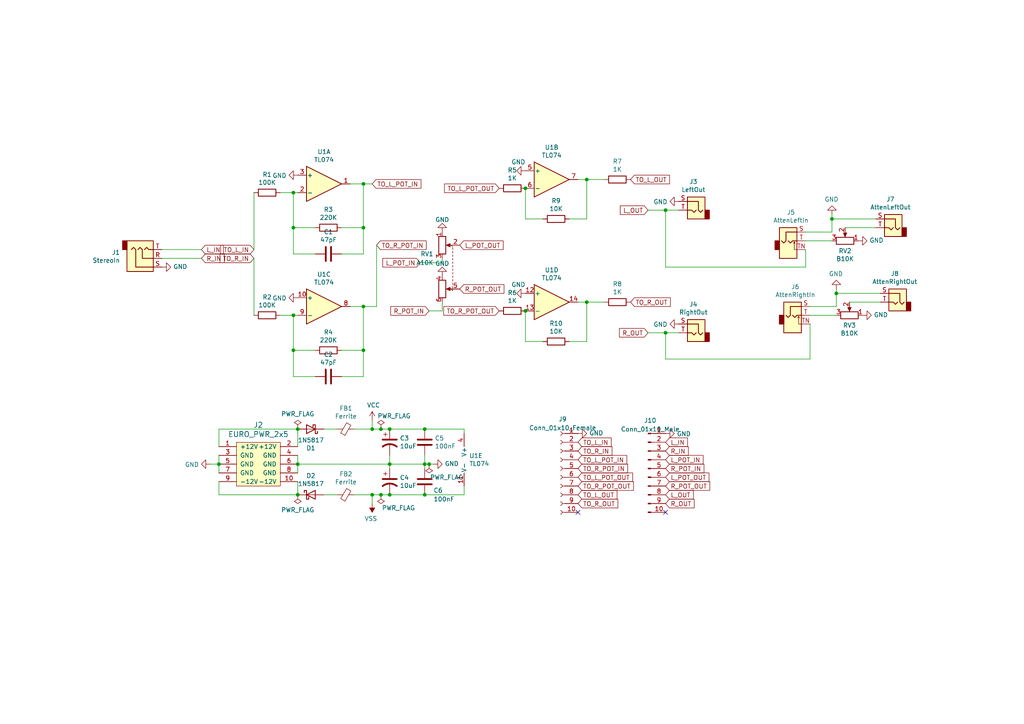
<source format=kicad_sch>
(kicad_sch (version 20211123) (generator eeschema)

  (uuid 1e518c2a-4cb7-4599-a1fa-5b9f847da7d3)

  (paper "A4")

  (lib_symbols
    (symbol "Amplifier_Operational:TL074" (pin_names (offset 0.127)) (in_bom yes) (on_board yes)
      (property "Reference" "U" (id 0) (at 0 5.08 0)
        (effects (font (size 1.27 1.27)) (justify left))
      )
      (property "Value" "TL074" (id 1) (at 0 -5.08 0)
        (effects (font (size 1.27 1.27)) (justify left))
      )
      (property "Footprint" "" (id 2) (at -1.27 2.54 0)
        (effects (font (size 1.27 1.27)) hide)
      )
      (property "Datasheet" "http://www.ti.com/lit/ds/symlink/tl071.pdf" (id 3) (at 1.27 5.08 0)
        (effects (font (size 1.27 1.27)) hide)
      )
      (property "ki_locked" "" (id 4) (at 0 0 0)
        (effects (font (size 1.27 1.27)))
      )
      (property "ki_keywords" "quad opamp" (id 5) (at 0 0 0)
        (effects (font (size 1.27 1.27)) hide)
      )
      (property "ki_description" "Quad Low-Noise JFET-Input Operational Amplifiers, DIP-14/SOIC-14" (id 6) (at 0 0 0)
        (effects (font (size 1.27 1.27)) hide)
      )
      (property "ki_fp_filters" "SOIC*3.9x8.7mm*P1.27mm* DIP*W7.62mm* TSSOP*4.4x5mm*P0.65mm* SSOP*5.3x6.2mm*P0.65mm* MSOP*3x3mm*P0.5mm*" (id 7) (at 0 0 0)
        (effects (font (size 1.27 1.27)) hide)
      )
      (symbol "TL074_1_1"
        (polyline
          (pts
            (xy -5.08 5.08)
            (xy 5.08 0)
            (xy -5.08 -5.08)
            (xy -5.08 5.08)
          )
          (stroke (width 0.254) (type default) (color 0 0 0 0))
          (fill (type background))
        )
        (pin output line (at 7.62 0 180) (length 2.54)
          (name "~" (effects (font (size 1.27 1.27))))
          (number "1" (effects (font (size 1.27 1.27))))
        )
        (pin input line (at -7.62 -2.54 0) (length 2.54)
          (name "-" (effects (font (size 1.27 1.27))))
          (number "2" (effects (font (size 1.27 1.27))))
        )
        (pin input line (at -7.62 2.54 0) (length 2.54)
          (name "+" (effects (font (size 1.27 1.27))))
          (number "3" (effects (font (size 1.27 1.27))))
        )
      )
      (symbol "TL074_2_1"
        (polyline
          (pts
            (xy -5.08 5.08)
            (xy 5.08 0)
            (xy -5.08 -5.08)
            (xy -5.08 5.08)
          )
          (stroke (width 0.254) (type default) (color 0 0 0 0))
          (fill (type background))
        )
        (pin input line (at -7.62 2.54 0) (length 2.54)
          (name "+" (effects (font (size 1.27 1.27))))
          (number "5" (effects (font (size 1.27 1.27))))
        )
        (pin input line (at -7.62 -2.54 0) (length 2.54)
          (name "-" (effects (font (size 1.27 1.27))))
          (number "6" (effects (font (size 1.27 1.27))))
        )
        (pin output line (at 7.62 0 180) (length 2.54)
          (name "~" (effects (font (size 1.27 1.27))))
          (number "7" (effects (font (size 1.27 1.27))))
        )
      )
      (symbol "TL074_3_1"
        (polyline
          (pts
            (xy -5.08 5.08)
            (xy 5.08 0)
            (xy -5.08 -5.08)
            (xy -5.08 5.08)
          )
          (stroke (width 0.254) (type default) (color 0 0 0 0))
          (fill (type background))
        )
        (pin input line (at -7.62 2.54 0) (length 2.54)
          (name "+" (effects (font (size 1.27 1.27))))
          (number "10" (effects (font (size 1.27 1.27))))
        )
        (pin output line (at 7.62 0 180) (length 2.54)
          (name "~" (effects (font (size 1.27 1.27))))
          (number "8" (effects (font (size 1.27 1.27))))
        )
        (pin input line (at -7.62 -2.54 0) (length 2.54)
          (name "-" (effects (font (size 1.27 1.27))))
          (number "9" (effects (font (size 1.27 1.27))))
        )
      )
      (symbol "TL074_4_1"
        (polyline
          (pts
            (xy -5.08 5.08)
            (xy 5.08 0)
            (xy -5.08 -5.08)
            (xy -5.08 5.08)
          )
          (stroke (width 0.254) (type default) (color 0 0 0 0))
          (fill (type background))
        )
        (pin input line (at -7.62 2.54 0) (length 2.54)
          (name "+" (effects (font (size 1.27 1.27))))
          (number "12" (effects (font (size 1.27 1.27))))
        )
        (pin input line (at -7.62 -2.54 0) (length 2.54)
          (name "-" (effects (font (size 1.27 1.27))))
          (number "13" (effects (font (size 1.27 1.27))))
        )
        (pin output line (at 7.62 0 180) (length 2.54)
          (name "~" (effects (font (size 1.27 1.27))))
          (number "14" (effects (font (size 1.27 1.27))))
        )
      )
      (symbol "TL074_5_1"
        (pin power_in line (at -2.54 -7.62 90) (length 3.81)
          (name "V-" (effects (font (size 1.27 1.27))))
          (number "11" (effects (font (size 1.27 1.27))))
        )
        (pin power_in line (at -2.54 7.62 270) (length 3.81)
          (name "V+" (effects (font (size 1.27 1.27))))
          (number "4" (effects (font (size 1.27 1.27))))
        )
      )
    )
    (symbol "Connector:AudioJack2" (in_bom yes) (on_board yes)
      (property "Reference" "J" (id 0) (at 0 8.89 0)
        (effects (font (size 1.27 1.27)))
      )
      (property "Value" "AudioJack2" (id 1) (at 0 6.35 0)
        (effects (font (size 1.27 1.27)))
      )
      (property "Footprint" "" (id 2) (at 0 0 0)
        (effects (font (size 1.27 1.27)) hide)
      )
      (property "Datasheet" "~" (id 3) (at 0 0 0)
        (effects (font (size 1.27 1.27)) hide)
      )
      (property "ki_keywords" "audio jack receptacle mono phone headphone TS connector" (id 4) (at 0 0 0)
        (effects (font (size 1.27 1.27)) hide)
      )
      (property "ki_description" "Audio Jack, 2 Poles (Mono / TS)" (id 5) (at 0 0 0)
        (effects (font (size 1.27 1.27)) hide)
      )
      (property "ki_fp_filters" "Jack*" (id 6) (at 0 0 0)
        (effects (font (size 1.27 1.27)) hide)
      )
      (symbol "AudioJack2_0_1"
        (rectangle (start -3.81 0) (end -2.54 -2.54)
          (stroke (width 0.254) (type default) (color 0 0 0 0))
          (fill (type outline))
        )
        (rectangle (start -2.54 3.81) (end 2.54 -2.54)
          (stroke (width 0.254) (type default) (color 0 0 0 0))
          (fill (type background))
        )
        (polyline
          (pts
            (xy 0 0)
            (xy 0.635 -0.635)
            (xy 1.27 0)
            (xy 2.54 0)
          )
          (stroke (width 0.254) (type default) (color 0 0 0 0))
          (fill (type none))
        )
        (polyline
          (pts
            (xy 2.54 2.54)
            (xy -0.635 2.54)
            (xy -0.635 0)
            (xy -1.27 -0.635)
            (xy -1.905 0)
          )
          (stroke (width 0.254) (type default) (color 0 0 0 0))
          (fill (type none))
        )
      )
      (symbol "AudioJack2_1_1"
        (pin passive line (at 5.08 2.54 180) (length 2.54)
          (name "~" (effects (font (size 1.27 1.27))))
          (number "S" (effects (font (size 1.27 1.27))))
        )
        (pin passive line (at 5.08 0 180) (length 2.54)
          (name "~" (effects (font (size 1.27 1.27))))
          (number "T" (effects (font (size 1.27 1.27))))
        )
      )
    )
    (symbol "Connector:AudioJack2_SwitchT" (in_bom yes) (on_board yes)
      (property "Reference" "J" (id 0) (at 0 8.89 0)
        (effects (font (size 1.27 1.27)))
      )
      (property "Value" "AudioJack2_SwitchT" (id 1) (at 0 6.35 0)
        (effects (font (size 1.27 1.27)))
      )
      (property "Footprint" "" (id 2) (at 0 0 0)
        (effects (font (size 1.27 1.27)) hide)
      )
      (property "Datasheet" "~" (id 3) (at 0 0 0)
        (effects (font (size 1.27 1.27)) hide)
      )
      (property "ki_keywords" "audio jack receptacle mono headphones phone TS connector" (id 4) (at 0 0 0)
        (effects (font (size 1.27 1.27)) hide)
      )
      (property "ki_description" "Audio Jack, 2 Poles (Mono / TS), Switched T Pole (Normalling)" (id 5) (at 0 0 0)
        (effects (font (size 1.27 1.27)) hide)
      )
      (property "ki_fp_filters" "Jack*" (id 6) (at 0 0 0)
        (effects (font (size 1.27 1.27)) hide)
      )
      (symbol "AudioJack2_SwitchT_0_1"
        (rectangle (start -2.54 0) (end -3.81 -2.54)
          (stroke (width 0.254) (type default) (color 0 0 0 0))
          (fill (type outline))
        )
        (polyline
          (pts
            (xy 1.778 -0.254)
            (xy 2.032 -0.762)
          )
          (stroke (width 0) (type default) (color 0 0 0 0))
          (fill (type none))
        )
        (polyline
          (pts
            (xy 0 0)
            (xy 0.635 -0.635)
            (xy 1.27 0)
            (xy 2.54 0)
          )
          (stroke (width 0.254) (type default) (color 0 0 0 0))
          (fill (type none))
        )
        (polyline
          (pts
            (xy 2.54 -2.54)
            (xy 1.778 -2.54)
            (xy 1.778 -0.254)
            (xy 1.524 -0.762)
          )
          (stroke (width 0) (type default) (color 0 0 0 0))
          (fill (type none))
        )
        (polyline
          (pts
            (xy 2.54 2.54)
            (xy -0.635 2.54)
            (xy -0.635 0)
            (xy -1.27 -0.635)
            (xy -1.905 0)
          )
          (stroke (width 0.254) (type default) (color 0 0 0 0))
          (fill (type none))
        )
        (rectangle (start 2.54 3.81) (end -2.54 -5.08)
          (stroke (width 0.254) (type default) (color 0 0 0 0))
          (fill (type background))
        )
      )
      (symbol "AudioJack2_SwitchT_1_1"
        (pin passive line (at 5.08 2.54 180) (length 2.54)
          (name "~" (effects (font (size 1.27 1.27))))
          (number "S" (effects (font (size 1.27 1.27))))
        )
        (pin passive line (at 5.08 0 180) (length 2.54)
          (name "~" (effects (font (size 1.27 1.27))))
          (number "T" (effects (font (size 1.27 1.27))))
        )
        (pin passive line (at 5.08 -2.54 180) (length 2.54)
          (name "~" (effects (font (size 1.27 1.27))))
          (number "TN" (effects (font (size 1.27 1.27))))
        )
      )
    )
    (symbol "Connector:AudioJack3" (in_bom yes) (on_board yes)
      (property "Reference" "J" (id 0) (at 0 8.89 0)
        (effects (font (size 1.27 1.27)))
      )
      (property "Value" "AudioJack3" (id 1) (at 0 6.35 0)
        (effects (font (size 1.27 1.27)))
      )
      (property "Footprint" "" (id 2) (at 0 0 0)
        (effects (font (size 1.27 1.27)) hide)
      )
      (property "Datasheet" "~" (id 3) (at 0 0 0)
        (effects (font (size 1.27 1.27)) hide)
      )
      (property "ki_keywords" "audio jack receptacle stereo headphones phones TRS connector" (id 4) (at 0 0 0)
        (effects (font (size 1.27 1.27)) hide)
      )
      (property "ki_description" "Audio Jack, 3 Poles (Stereo / TRS)" (id 5) (at 0 0 0)
        (effects (font (size 1.27 1.27)) hide)
      )
      (property "ki_fp_filters" "Jack*" (id 6) (at 0 0 0)
        (effects (font (size 1.27 1.27)) hide)
      )
      (symbol "AudioJack3_0_1"
        (rectangle (start -5.08 -5.08) (end -6.35 -2.54)
          (stroke (width 0.254) (type default) (color 0 0 0 0))
          (fill (type outline))
        )
        (polyline
          (pts
            (xy 0 -2.54)
            (xy 0.635 -3.175)
            (xy 1.27 -2.54)
            (xy 2.54 -2.54)
          )
          (stroke (width 0.254) (type default) (color 0 0 0 0))
          (fill (type none))
        )
        (polyline
          (pts
            (xy -1.905 -2.54)
            (xy -1.27 -3.175)
            (xy -0.635 -2.54)
            (xy -0.635 0)
            (xy 2.54 0)
          )
          (stroke (width 0.254) (type default) (color 0 0 0 0))
          (fill (type none))
        )
        (polyline
          (pts
            (xy 2.54 2.54)
            (xy -2.54 2.54)
            (xy -2.54 -2.54)
            (xy -3.175 -3.175)
            (xy -3.81 -2.54)
          )
          (stroke (width 0.254) (type default) (color 0 0 0 0))
          (fill (type none))
        )
        (rectangle (start 2.54 3.81) (end -5.08 -5.08)
          (stroke (width 0.254) (type default) (color 0 0 0 0))
          (fill (type background))
        )
      )
      (symbol "AudioJack3_1_1"
        (pin passive line (at 5.08 0 180) (length 2.54)
          (name "~" (effects (font (size 1.27 1.27))))
          (number "R" (effects (font (size 1.27 1.27))))
        )
        (pin passive line (at 5.08 2.54 180) (length 2.54)
          (name "~" (effects (font (size 1.27 1.27))))
          (number "S" (effects (font (size 1.27 1.27))))
        )
        (pin passive line (at 5.08 -2.54 180) (length 2.54)
          (name "~" (effects (font (size 1.27 1.27))))
          (number "T" (effects (font (size 1.27 1.27))))
        )
      )
    )
    (symbol "Connector:Conn_01x10_Female" (pin_names (offset 1.016) hide) (in_bom yes) (on_board yes)
      (property "Reference" "J" (id 0) (at 0 12.7 0)
        (effects (font (size 1.27 1.27)))
      )
      (property "Value" "Conn_01x10_Female" (id 1) (at 0 -15.24 0)
        (effects (font (size 1.27 1.27)))
      )
      (property "Footprint" "" (id 2) (at 0 0 0)
        (effects (font (size 1.27 1.27)) hide)
      )
      (property "Datasheet" "~" (id 3) (at 0 0 0)
        (effects (font (size 1.27 1.27)) hide)
      )
      (property "ki_keywords" "connector" (id 4) (at 0 0 0)
        (effects (font (size 1.27 1.27)) hide)
      )
      (property "ki_description" "Generic connector, single row, 01x10, script generated (kicad-library-utils/schlib/autogen/connector/)" (id 5) (at 0 0 0)
        (effects (font (size 1.27 1.27)) hide)
      )
      (property "ki_fp_filters" "Connector*:*_1x??_*" (id 6) (at 0 0 0)
        (effects (font (size 1.27 1.27)) hide)
      )
      (symbol "Conn_01x10_Female_1_1"
        (arc (start 0 -12.192) (mid -0.508 -12.7) (end 0 -13.208)
          (stroke (width 0.1524) (type default) (color 0 0 0 0))
          (fill (type none))
        )
        (arc (start 0 -9.652) (mid -0.508 -10.16) (end 0 -10.668)
          (stroke (width 0.1524) (type default) (color 0 0 0 0))
          (fill (type none))
        )
        (arc (start 0 -7.112) (mid -0.508 -7.62) (end 0 -8.128)
          (stroke (width 0.1524) (type default) (color 0 0 0 0))
          (fill (type none))
        )
        (arc (start 0 -4.572) (mid -0.508 -5.08) (end 0 -5.588)
          (stroke (width 0.1524) (type default) (color 0 0 0 0))
          (fill (type none))
        )
        (arc (start 0 -2.032) (mid -0.508 -2.54) (end 0 -3.048)
          (stroke (width 0.1524) (type default) (color 0 0 0 0))
          (fill (type none))
        )
        (polyline
          (pts
            (xy -1.27 -12.7)
            (xy -0.508 -12.7)
          )
          (stroke (width 0.1524) (type default) (color 0 0 0 0))
          (fill (type none))
        )
        (polyline
          (pts
            (xy -1.27 -10.16)
            (xy -0.508 -10.16)
          )
          (stroke (width 0.1524) (type default) (color 0 0 0 0))
          (fill (type none))
        )
        (polyline
          (pts
            (xy -1.27 -7.62)
            (xy -0.508 -7.62)
          )
          (stroke (width 0.1524) (type default) (color 0 0 0 0))
          (fill (type none))
        )
        (polyline
          (pts
            (xy -1.27 -5.08)
            (xy -0.508 -5.08)
          )
          (stroke (width 0.1524) (type default) (color 0 0 0 0))
          (fill (type none))
        )
        (polyline
          (pts
            (xy -1.27 -2.54)
            (xy -0.508 -2.54)
          )
          (stroke (width 0.1524) (type default) (color 0 0 0 0))
          (fill (type none))
        )
        (polyline
          (pts
            (xy -1.27 0)
            (xy -0.508 0)
          )
          (stroke (width 0.1524) (type default) (color 0 0 0 0))
          (fill (type none))
        )
        (polyline
          (pts
            (xy -1.27 2.54)
            (xy -0.508 2.54)
          )
          (stroke (width 0.1524) (type default) (color 0 0 0 0))
          (fill (type none))
        )
        (polyline
          (pts
            (xy -1.27 5.08)
            (xy -0.508 5.08)
          )
          (stroke (width 0.1524) (type default) (color 0 0 0 0))
          (fill (type none))
        )
        (polyline
          (pts
            (xy -1.27 7.62)
            (xy -0.508 7.62)
          )
          (stroke (width 0.1524) (type default) (color 0 0 0 0))
          (fill (type none))
        )
        (polyline
          (pts
            (xy -1.27 10.16)
            (xy -0.508 10.16)
          )
          (stroke (width 0.1524) (type default) (color 0 0 0 0))
          (fill (type none))
        )
        (arc (start 0 0.508) (mid -0.508 0) (end 0 -0.508)
          (stroke (width 0.1524) (type default) (color 0 0 0 0))
          (fill (type none))
        )
        (arc (start 0 3.048) (mid -0.508 2.54) (end 0 2.032)
          (stroke (width 0.1524) (type default) (color 0 0 0 0))
          (fill (type none))
        )
        (arc (start 0 5.588) (mid -0.508 5.08) (end 0 4.572)
          (stroke (width 0.1524) (type default) (color 0 0 0 0))
          (fill (type none))
        )
        (arc (start 0 8.128) (mid -0.508 7.62) (end 0 7.112)
          (stroke (width 0.1524) (type default) (color 0 0 0 0))
          (fill (type none))
        )
        (arc (start 0 10.668) (mid -0.508 10.16) (end 0 9.652)
          (stroke (width 0.1524) (type default) (color 0 0 0 0))
          (fill (type none))
        )
        (pin passive line (at -5.08 10.16 0) (length 3.81)
          (name "Pin_1" (effects (font (size 1.27 1.27))))
          (number "1" (effects (font (size 1.27 1.27))))
        )
        (pin passive line (at -5.08 -12.7 0) (length 3.81)
          (name "Pin_10" (effects (font (size 1.27 1.27))))
          (number "10" (effects (font (size 1.27 1.27))))
        )
        (pin passive line (at -5.08 7.62 0) (length 3.81)
          (name "Pin_2" (effects (font (size 1.27 1.27))))
          (number "2" (effects (font (size 1.27 1.27))))
        )
        (pin passive line (at -5.08 5.08 0) (length 3.81)
          (name "Pin_3" (effects (font (size 1.27 1.27))))
          (number "3" (effects (font (size 1.27 1.27))))
        )
        (pin passive line (at -5.08 2.54 0) (length 3.81)
          (name "Pin_4" (effects (font (size 1.27 1.27))))
          (number "4" (effects (font (size 1.27 1.27))))
        )
        (pin passive line (at -5.08 0 0) (length 3.81)
          (name "Pin_5" (effects (font (size 1.27 1.27))))
          (number "5" (effects (font (size 1.27 1.27))))
        )
        (pin passive line (at -5.08 -2.54 0) (length 3.81)
          (name "Pin_6" (effects (font (size 1.27 1.27))))
          (number "6" (effects (font (size 1.27 1.27))))
        )
        (pin passive line (at -5.08 -5.08 0) (length 3.81)
          (name "Pin_7" (effects (font (size 1.27 1.27))))
          (number "7" (effects (font (size 1.27 1.27))))
        )
        (pin passive line (at -5.08 -7.62 0) (length 3.81)
          (name "Pin_8" (effects (font (size 1.27 1.27))))
          (number "8" (effects (font (size 1.27 1.27))))
        )
        (pin passive line (at -5.08 -10.16 0) (length 3.81)
          (name "Pin_9" (effects (font (size 1.27 1.27))))
          (number "9" (effects (font (size 1.27 1.27))))
        )
      )
    )
    (symbol "Connector:Conn_01x10_Male" (pin_names (offset 1.016) hide) (in_bom yes) (on_board yes)
      (property "Reference" "J" (id 0) (at 0 12.7 0)
        (effects (font (size 1.27 1.27)))
      )
      (property "Value" "Conn_01x10_Male" (id 1) (at 0 -15.24 0)
        (effects (font (size 1.27 1.27)))
      )
      (property "Footprint" "" (id 2) (at 0 0 0)
        (effects (font (size 1.27 1.27)) hide)
      )
      (property "Datasheet" "~" (id 3) (at 0 0 0)
        (effects (font (size 1.27 1.27)) hide)
      )
      (property "ki_keywords" "connector" (id 4) (at 0 0 0)
        (effects (font (size 1.27 1.27)) hide)
      )
      (property "ki_description" "Generic connector, single row, 01x10, script generated (kicad-library-utils/schlib/autogen/connector/)" (id 5) (at 0 0 0)
        (effects (font (size 1.27 1.27)) hide)
      )
      (property "ki_fp_filters" "Connector*:*_1x??_*" (id 6) (at 0 0 0)
        (effects (font (size 1.27 1.27)) hide)
      )
      (symbol "Conn_01x10_Male_1_1"
        (polyline
          (pts
            (xy 1.27 -12.7)
            (xy 0.8636 -12.7)
          )
          (stroke (width 0.1524) (type default) (color 0 0 0 0))
          (fill (type none))
        )
        (polyline
          (pts
            (xy 1.27 -10.16)
            (xy 0.8636 -10.16)
          )
          (stroke (width 0.1524) (type default) (color 0 0 0 0))
          (fill (type none))
        )
        (polyline
          (pts
            (xy 1.27 -7.62)
            (xy 0.8636 -7.62)
          )
          (stroke (width 0.1524) (type default) (color 0 0 0 0))
          (fill (type none))
        )
        (polyline
          (pts
            (xy 1.27 -5.08)
            (xy 0.8636 -5.08)
          )
          (stroke (width 0.1524) (type default) (color 0 0 0 0))
          (fill (type none))
        )
        (polyline
          (pts
            (xy 1.27 -2.54)
            (xy 0.8636 -2.54)
          )
          (stroke (width 0.1524) (type default) (color 0 0 0 0))
          (fill (type none))
        )
        (polyline
          (pts
            (xy 1.27 0)
            (xy 0.8636 0)
          )
          (stroke (width 0.1524) (type default) (color 0 0 0 0))
          (fill (type none))
        )
        (polyline
          (pts
            (xy 1.27 2.54)
            (xy 0.8636 2.54)
          )
          (stroke (width 0.1524) (type default) (color 0 0 0 0))
          (fill (type none))
        )
        (polyline
          (pts
            (xy 1.27 5.08)
            (xy 0.8636 5.08)
          )
          (stroke (width 0.1524) (type default) (color 0 0 0 0))
          (fill (type none))
        )
        (polyline
          (pts
            (xy 1.27 7.62)
            (xy 0.8636 7.62)
          )
          (stroke (width 0.1524) (type default) (color 0 0 0 0))
          (fill (type none))
        )
        (polyline
          (pts
            (xy 1.27 10.16)
            (xy 0.8636 10.16)
          )
          (stroke (width 0.1524) (type default) (color 0 0 0 0))
          (fill (type none))
        )
        (rectangle (start 0.8636 -12.573) (end 0 -12.827)
          (stroke (width 0.1524) (type default) (color 0 0 0 0))
          (fill (type outline))
        )
        (rectangle (start 0.8636 -10.033) (end 0 -10.287)
          (stroke (width 0.1524) (type default) (color 0 0 0 0))
          (fill (type outline))
        )
        (rectangle (start 0.8636 -7.493) (end 0 -7.747)
          (stroke (width 0.1524) (type default) (color 0 0 0 0))
          (fill (type outline))
        )
        (rectangle (start 0.8636 -4.953) (end 0 -5.207)
          (stroke (width 0.1524) (type default) (color 0 0 0 0))
          (fill (type outline))
        )
        (rectangle (start 0.8636 -2.413) (end 0 -2.667)
          (stroke (width 0.1524) (type default) (color 0 0 0 0))
          (fill (type outline))
        )
        (rectangle (start 0.8636 0.127) (end 0 -0.127)
          (stroke (width 0.1524) (type default) (color 0 0 0 0))
          (fill (type outline))
        )
        (rectangle (start 0.8636 2.667) (end 0 2.413)
          (stroke (width 0.1524) (type default) (color 0 0 0 0))
          (fill (type outline))
        )
        (rectangle (start 0.8636 5.207) (end 0 4.953)
          (stroke (width 0.1524) (type default) (color 0 0 0 0))
          (fill (type outline))
        )
        (rectangle (start 0.8636 7.747) (end 0 7.493)
          (stroke (width 0.1524) (type default) (color 0 0 0 0))
          (fill (type outline))
        )
        (rectangle (start 0.8636 10.287) (end 0 10.033)
          (stroke (width 0.1524) (type default) (color 0 0 0 0))
          (fill (type outline))
        )
        (pin passive line (at 5.08 10.16 180) (length 3.81)
          (name "Pin_1" (effects (font (size 1.27 1.27))))
          (number "1" (effects (font (size 1.27 1.27))))
        )
        (pin passive line (at 5.08 -12.7 180) (length 3.81)
          (name "Pin_10" (effects (font (size 1.27 1.27))))
          (number "10" (effects (font (size 1.27 1.27))))
        )
        (pin passive line (at 5.08 7.62 180) (length 3.81)
          (name "Pin_2" (effects (font (size 1.27 1.27))))
          (number "2" (effects (font (size 1.27 1.27))))
        )
        (pin passive line (at 5.08 5.08 180) (length 3.81)
          (name "Pin_3" (effects (font (size 1.27 1.27))))
          (number "3" (effects (font (size 1.27 1.27))))
        )
        (pin passive line (at 5.08 2.54 180) (length 3.81)
          (name "Pin_4" (effects (font (size 1.27 1.27))))
          (number "4" (effects (font (size 1.27 1.27))))
        )
        (pin passive line (at 5.08 0 180) (length 3.81)
          (name "Pin_5" (effects (font (size 1.27 1.27))))
          (number "5" (effects (font (size 1.27 1.27))))
        )
        (pin passive line (at 5.08 -2.54 180) (length 3.81)
          (name "Pin_6" (effects (font (size 1.27 1.27))))
          (number "6" (effects (font (size 1.27 1.27))))
        )
        (pin passive line (at 5.08 -5.08 180) (length 3.81)
          (name "Pin_7" (effects (font (size 1.27 1.27))))
          (number "7" (effects (font (size 1.27 1.27))))
        )
        (pin passive line (at 5.08 -7.62 180) (length 3.81)
          (name "Pin_8" (effects (font (size 1.27 1.27))))
          (number "8" (effects (font (size 1.27 1.27))))
        )
        (pin passive line (at 5.08 -10.16 180) (length 3.81)
          (name "Pin_9" (effects (font (size 1.27 1.27))))
          (number "9" (effects (font (size 1.27 1.27))))
        )
      )
    )
    (symbol "Device:C" (pin_numbers hide) (pin_names (offset 0.254)) (in_bom yes) (on_board yes)
      (property "Reference" "C" (id 0) (at 0.635 2.54 0)
        (effects (font (size 1.27 1.27)) (justify left))
      )
      (property "Value" "C" (id 1) (at 0.635 -2.54 0)
        (effects (font (size 1.27 1.27)) (justify left))
      )
      (property "Footprint" "" (id 2) (at 0.9652 -3.81 0)
        (effects (font (size 1.27 1.27)) hide)
      )
      (property "Datasheet" "~" (id 3) (at 0 0 0)
        (effects (font (size 1.27 1.27)) hide)
      )
      (property "ki_keywords" "cap capacitor" (id 4) (at 0 0 0)
        (effects (font (size 1.27 1.27)) hide)
      )
      (property "ki_description" "Unpolarized capacitor" (id 5) (at 0 0 0)
        (effects (font (size 1.27 1.27)) hide)
      )
      (property "ki_fp_filters" "C_*" (id 6) (at 0 0 0)
        (effects (font (size 1.27 1.27)) hide)
      )
      (symbol "C_0_1"
        (polyline
          (pts
            (xy -2.032 -0.762)
            (xy 2.032 -0.762)
          )
          (stroke (width 0.508) (type default) (color 0 0 0 0))
          (fill (type none))
        )
        (polyline
          (pts
            (xy -2.032 0.762)
            (xy 2.032 0.762)
          )
          (stroke (width 0.508) (type default) (color 0 0 0 0))
          (fill (type none))
        )
      )
      (symbol "C_1_1"
        (pin passive line (at 0 3.81 270) (length 2.794)
          (name "~" (effects (font (size 1.27 1.27))))
          (number "1" (effects (font (size 1.27 1.27))))
        )
        (pin passive line (at 0 -3.81 90) (length 2.794)
          (name "~" (effects (font (size 1.27 1.27))))
          (number "2" (effects (font (size 1.27 1.27))))
        )
      )
    )
    (symbol "Device:CP1" (pin_numbers hide) (pin_names (offset 0.254) hide) (in_bom yes) (on_board yes)
      (property "Reference" "C" (id 0) (at 0.635 2.54 0)
        (effects (font (size 1.27 1.27)) (justify left))
      )
      (property "Value" "Device_CP1" (id 1) (at 0.635 -2.54 0)
        (effects (font (size 1.27 1.27)) (justify left))
      )
      (property "Footprint" "" (id 2) (at 0 0 0)
        (effects (font (size 1.27 1.27)) hide)
      )
      (property "Datasheet" "" (id 3) (at 0 0 0)
        (effects (font (size 1.27 1.27)) hide)
      )
      (property "ki_fp_filters" "CP_*" (id 4) (at 0 0 0)
        (effects (font (size 1.27 1.27)) hide)
      )
      (symbol "CP1_0_1"
        (polyline
          (pts
            (xy -2.032 0.762)
            (xy 2.032 0.762)
          )
          (stroke (width 0.508) (type default) (color 0 0 0 0))
          (fill (type none))
        )
        (polyline
          (pts
            (xy -1.778 2.286)
            (xy -0.762 2.286)
          )
          (stroke (width 0) (type default) (color 0 0 0 0))
          (fill (type none))
        )
        (polyline
          (pts
            (xy -1.27 1.778)
            (xy -1.27 2.794)
          )
          (stroke (width 0) (type default) (color 0 0 0 0))
          (fill (type none))
        )
        (arc (start 2.032 -1.27) (mid 0 -0.5572) (end -2.032 -1.27)
          (stroke (width 0.508) (type default) (color 0 0 0 0))
          (fill (type none))
        )
      )
      (symbol "CP1_1_1"
        (pin passive line (at 0 3.81 270) (length 2.794)
          (name "~" (effects (font (size 1.27 1.27))))
          (number "1" (effects (font (size 1.27 1.27))))
        )
        (pin passive line (at 0 -3.81 90) (length 3.302)
          (name "~" (effects (font (size 1.27 1.27))))
          (number "2" (effects (font (size 1.27 1.27))))
        )
      )
    )
    (symbol "Device:Ferrite_Bead_Small" (pin_numbers hide) (pin_names (offset 0)) (in_bom yes) (on_board yes)
      (property "Reference" "FB" (id 0) (at 1.905 1.27 0)
        (effects (font (size 1.27 1.27)) (justify left))
      )
      (property "Value" "Device_Ferrite_Bead_Small" (id 1) (at 1.905 -1.27 0)
        (effects (font (size 1.27 1.27)) (justify left))
      )
      (property "Footprint" "" (id 2) (at -1.778 0 90)
        (effects (font (size 1.27 1.27)) hide)
      )
      (property "Datasheet" "" (id 3) (at 0 0 0)
        (effects (font (size 1.27 1.27)) hide)
      )
      (property "ki_fp_filters" "Inductor_* L_* *Ferrite*" (id 4) (at 0 0 0)
        (effects (font (size 1.27 1.27)) hide)
      )
      (symbol "Ferrite_Bead_Small_0_1"
        (polyline
          (pts
            (xy 0 -1.27)
            (xy 0 -0.7874)
          )
          (stroke (width 0) (type default) (color 0 0 0 0))
          (fill (type none))
        )
        (polyline
          (pts
            (xy 0 0.889)
            (xy 0 1.2954)
          )
          (stroke (width 0) (type default) (color 0 0 0 0))
          (fill (type none))
        )
        (polyline
          (pts
            (xy -1.8288 0.2794)
            (xy -1.1176 1.4986)
            (xy 1.8288 -0.2032)
            (xy 1.1176 -1.4224)
            (xy -1.8288 0.2794)
          )
          (stroke (width 0) (type default) (color 0 0 0 0))
          (fill (type none))
        )
      )
      (symbol "Ferrite_Bead_Small_1_1"
        (pin passive line (at 0 2.54 270) (length 1.27)
          (name "~" (effects (font (size 1.27 1.27))))
          (number "1" (effects (font (size 1.27 1.27))))
        )
        (pin passive line (at 0 -2.54 90) (length 1.27)
          (name "~" (effects (font (size 1.27 1.27))))
          (number "2" (effects (font (size 1.27 1.27))))
        )
      )
    )
    (symbol "Device:R" (pin_numbers hide) (pin_names (offset 0)) (in_bom yes) (on_board yes)
      (property "Reference" "R" (id 0) (at 2.032 0 90)
        (effects (font (size 1.27 1.27)))
      )
      (property "Value" "R" (id 1) (at 0 0 90)
        (effects (font (size 1.27 1.27)))
      )
      (property "Footprint" "" (id 2) (at -1.778 0 90)
        (effects (font (size 1.27 1.27)) hide)
      )
      (property "Datasheet" "~" (id 3) (at 0 0 0)
        (effects (font (size 1.27 1.27)) hide)
      )
      (property "ki_keywords" "R res resistor" (id 4) (at 0 0 0)
        (effects (font (size 1.27 1.27)) hide)
      )
      (property "ki_description" "Resistor" (id 5) (at 0 0 0)
        (effects (font (size 1.27 1.27)) hide)
      )
      (property "ki_fp_filters" "R_*" (id 6) (at 0 0 0)
        (effects (font (size 1.27 1.27)) hide)
      )
      (symbol "R_0_1"
        (rectangle (start -1.016 -2.54) (end 1.016 2.54)
          (stroke (width 0.254) (type default) (color 0 0 0 0))
          (fill (type none))
        )
      )
      (symbol "R_1_1"
        (pin passive line (at 0 3.81 270) (length 1.27)
          (name "~" (effects (font (size 1.27 1.27))))
          (number "1" (effects (font (size 1.27 1.27))))
        )
        (pin passive line (at 0 -3.81 90) (length 1.27)
          (name "~" (effects (font (size 1.27 1.27))))
          (number "2" (effects (font (size 1.27 1.27))))
        )
      )
    )
    (symbol "Device:R_POT" (pin_names (offset 1.016) hide) (in_bom yes) (on_board yes)
      (property "Reference" "RV" (id 0) (at -4.445 0 90)
        (effects (font (size 1.27 1.27)))
      )
      (property "Value" "Device_R_POT" (id 1) (at -2.54 0 90)
        (effects (font (size 1.27 1.27)))
      )
      (property "Footprint" "" (id 2) (at 0 0 0)
        (effects (font (size 1.27 1.27)) hide)
      )
      (property "Datasheet" "" (id 3) (at 0 0 0)
        (effects (font (size 1.27 1.27)) hide)
      )
      (property "ki_fp_filters" "Potentiometer*" (id 4) (at 0 0 0)
        (effects (font (size 1.27 1.27)) hide)
      )
      (symbol "R_POT_0_1"
        (polyline
          (pts
            (xy 2.54 0)
            (xy 1.524 0)
          )
          (stroke (width 0) (type default) (color 0 0 0 0))
          (fill (type none))
        )
        (polyline
          (pts
            (xy 1.143 0)
            (xy 2.286 0.508)
            (xy 2.286 -0.508)
            (xy 1.143 0)
          )
          (stroke (width 0) (type default) (color 0 0 0 0))
          (fill (type outline))
        )
        (rectangle (start 1.016 2.54) (end -1.016 -2.54)
          (stroke (width 0.254) (type default) (color 0 0 0 0))
          (fill (type none))
        )
      )
      (symbol "R_POT_1_1"
        (pin passive line (at 0 3.81 270) (length 1.27)
          (name "1" (effects (font (size 1.27 1.27))))
          (number "1" (effects (font (size 1.27 1.27))))
        )
        (pin passive line (at 3.81 0 180) (length 1.27)
          (name "2" (effects (font (size 1.27 1.27))))
          (number "2" (effects (font (size 1.27 1.27))))
        )
        (pin passive line (at 0 -3.81 90) (length 1.27)
          (name "3" (effects (font (size 1.27 1.27))))
          (number "3" (effects (font (size 1.27 1.27))))
        )
      )
    )
    (symbol "Device:R_POT_Dual" (pin_names (offset 1.016) hide) (in_bom yes) (on_board yes)
      (property "Reference" "RV" (id 0) (at 0 3.81 0)
        (effects (font (size 1.27 1.27)))
      )
      (property "Value" "Device_R_POT_Dual" (id 1) (at 0 1.905 0)
        (effects (font (size 1.27 1.27)))
      )
      (property "Footprint" "" (id 2) (at 6.35 -1.905 0)
        (effects (font (size 1.27 1.27)) hide)
      )
      (property "Datasheet" "" (id 3) (at 6.35 -1.905 0)
        (effects (font (size 1.27 1.27)) hide)
      )
      (property "ki_fp_filters" "Potentiometer*" (id 4) (at 0 0 0)
        (effects (font (size 1.27 1.27)) hide)
      )
      (symbol "R_POT_Dual_0_1"
        (rectangle (start -8.89 -1.524) (end -3.81 -3.556)
          (stroke (width 0.254) (type default) (color 0 0 0 0))
          (fill (type none))
        )
        (polyline
          (pts
            (xy -6.35 0)
            (xy -6.35 -1.016)
          )
          (stroke (width 0) (type default) (color 0 0 0 0))
          (fill (type none))
        )
        (polyline
          (pts
            (xy -6.35 0)
            (xy -6.35 -1.016)
          )
          (stroke (width 0) (type default) (color 0 0 0 0))
          (fill (type none))
        )
        (polyline
          (pts
            (xy -6.35 0)
            (xy -5.842 0.508)
          )
          (stroke (width 0) (type default) (color 0 0 0 0))
          (fill (type none))
        )
        (polyline
          (pts
            (xy -5.588 0.508)
            (xy -5.08 0.508)
          )
          (stroke (width 0) (type default) (color 0 0 0 0))
          (fill (type none))
        )
        (polyline
          (pts
            (xy -4.572 0.508)
            (xy -4.064 0.508)
          )
          (stroke (width 0) (type default) (color 0 0 0 0))
          (fill (type none))
        )
        (polyline
          (pts
            (xy -3.556 0.508)
            (xy -3.048 0.508)
          )
          (stroke (width 0) (type default) (color 0 0 0 0))
          (fill (type none))
        )
        (polyline
          (pts
            (xy -2.54 0.508)
            (xy -2.032 0.508)
          )
          (stroke (width 0) (type default) (color 0 0 0 0))
          (fill (type none))
        )
        (polyline
          (pts
            (xy -1.524 0.508)
            (xy -1.016 0.508)
          )
          (stroke (width 0) (type default) (color 0 0 0 0))
          (fill (type none))
        )
        (polyline
          (pts
            (xy -0.508 0.508)
            (xy 0 0.508)
          )
          (stroke (width 0) (type default) (color 0 0 0 0))
          (fill (type none))
        )
        (polyline
          (pts
            (xy 0.508 0.508)
            (xy 1.016 0.508)
          )
          (stroke (width 0) (type default) (color 0 0 0 0))
          (fill (type none))
        )
        (polyline
          (pts
            (xy 1.524 0.508)
            (xy 2.032 0.508)
          )
          (stroke (width 0) (type default) (color 0 0 0 0))
          (fill (type none))
        )
        (polyline
          (pts
            (xy 2.54 0.508)
            (xy 3.048 0.508)
          )
          (stroke (width 0) (type default) (color 0 0 0 0))
          (fill (type none))
        )
        (polyline
          (pts
            (xy 3.556 0.508)
            (xy 4.064 0.508)
          )
          (stroke (width 0) (type default) (color 0 0 0 0))
          (fill (type none))
        )
        (polyline
          (pts
            (xy 4.572 0.508)
            (xy 5.08 0.508)
          )
          (stroke (width 0) (type default) (color 0 0 0 0))
          (fill (type none))
        )
        (polyline
          (pts
            (xy 5.588 0.508)
            (xy 6.096 0.508)
          )
          (stroke (width 0) (type default) (color 0 0 0 0))
          (fill (type none))
        )
        (polyline
          (pts
            (xy 6.35 0)
            (xy 6.35 -1.016)
          )
          (stroke (width 0) (type default) (color 0 0 0 0))
          (fill (type none))
        )
        (polyline
          (pts
            (xy 6.35 0)
            (xy 6.35 -1.016)
          )
          (stroke (width 0) (type default) (color 0 0 0 0))
          (fill (type none))
        )
        (polyline
          (pts
            (xy 6.604 0.508)
            (xy 6.858 0.508)
            (xy 6.35 0)
          )
          (stroke (width 0) (type default) (color 0 0 0 0))
          (fill (type none))
        )
        (polyline
          (pts
            (xy -6.35 -1.397)
            (xy -6.858 -0.254)
            (xy -5.842 -0.254)
            (xy -6.35 -1.397)
          )
          (stroke (width 0) (type default) (color 0 0 0 0))
          (fill (type outline))
        )
        (polyline
          (pts
            (xy 6.35 -1.397)
            (xy 5.842 -0.254)
            (xy 6.858 -0.254)
            (xy 6.35 -1.397)
          )
          (stroke (width 0) (type default) (color 0 0 0 0))
          (fill (type outline))
        )
        (rectangle (start 3.81 -1.524) (end 8.89 -3.556)
          (stroke (width 0.254) (type default) (color 0 0 0 0))
          (fill (type none))
        )
      )
      (symbol "R_POT_Dual_1_1"
        (pin passive line (at -10.16 -2.54 0) (length 1.27)
          (name "1" (effects (font (size 1.27 1.27))))
          (number "1" (effects (font (size 1.27 1.27))))
        )
        (pin passive line (at -6.35 2.54 270) (length 2.54)
          (name "2" (effects (font (size 1.27 1.27))))
          (number "2" (effects (font (size 1.27 1.27))))
        )
        (pin passive line (at -2.54 -2.54 180) (length 1.27)
          (name "3" (effects (font (size 1.27 1.27))))
          (number "3" (effects (font (size 1.27 1.27))))
        )
        (pin passive line (at 2.54 -2.54 0) (length 1.27)
          (name "4" (effects (font (size 1.27 1.27))))
          (number "4" (effects (font (size 1.27 1.27))))
        )
        (pin passive line (at 6.35 2.54 270) (length 2.54)
          (name "5" (effects (font (size 1.27 1.27))))
          (number "5" (effects (font (size 1.27 1.27))))
        )
        (pin passive line (at 10.16 -2.54 180) (length 1.27)
          (name "6" (effects (font (size 1.27 1.27))))
          (number "6" (effects (font (size 1.27 1.27))))
        )
      )
    )
    (symbol "Diode:1N5817" (pin_numbers hide) (pin_names (offset 1.016) hide) (in_bom yes) (on_board yes)
      (property "Reference" "D" (id 0) (at 0 2.54 0)
        (effects (font (size 1.27 1.27)))
      )
      (property "Value" "1N5817" (id 1) (at 0 -2.54 0)
        (effects (font (size 1.27 1.27)))
      )
      (property "Footprint" "Diode_THT:D_DO-41_SOD81_P10.16mm_Horizontal" (id 2) (at 0 -4.445 0)
        (effects (font (size 1.27 1.27)) hide)
      )
      (property "Datasheet" "http://www.vishay.com/docs/88525/1n5817.pdf" (id 3) (at 0 0 0)
        (effects (font (size 1.27 1.27)) hide)
      )
      (property "ki_keywords" "diode Schottky" (id 4) (at 0 0 0)
        (effects (font (size 1.27 1.27)) hide)
      )
      (property "ki_description" "20V 1A Schottky Barrier Rectifier Diode, DO-41" (id 5) (at 0 0 0)
        (effects (font (size 1.27 1.27)) hide)
      )
      (property "ki_fp_filters" "D*DO?41*" (id 6) (at 0 0 0)
        (effects (font (size 1.27 1.27)) hide)
      )
      (symbol "1N5817_0_1"
        (polyline
          (pts
            (xy 1.27 0)
            (xy -1.27 0)
          )
          (stroke (width 0) (type default) (color 0 0 0 0))
          (fill (type none))
        )
        (polyline
          (pts
            (xy 1.27 1.27)
            (xy 1.27 -1.27)
            (xy -1.27 0)
            (xy 1.27 1.27)
          )
          (stroke (width 0.254) (type default) (color 0 0 0 0))
          (fill (type none))
        )
        (polyline
          (pts
            (xy -1.905 0.635)
            (xy -1.905 1.27)
            (xy -1.27 1.27)
            (xy -1.27 -1.27)
            (xy -0.635 -1.27)
            (xy -0.635 -0.635)
          )
          (stroke (width 0.254) (type default) (color 0 0 0 0))
          (fill (type none))
        )
      )
      (symbol "1N5817_1_1"
        (pin passive line (at -3.81 0 0) (length 2.54)
          (name "K" (effects (font (size 1.27 1.27))))
          (number "1" (effects (font (size 1.27 1.27))))
        )
        (pin passive line (at 3.81 0 180) (length 2.54)
          (name "A" (effects (font (size 1.27 1.27))))
          (number "2" (effects (font (size 1.27 1.27))))
        )
      )
    )
    (symbol "eurocad:EURO_PWR_2x5" (pin_names (offset 1.016)) (in_bom yes) (on_board yes)
      (property "Reference" "J" (id 0) (at 0 -7.62 0)
        (effects (font (size 1.524 1.524)))
      )
      (property "Value" "eurocad_EURO_PWR_2x5" (id 1) (at 0 7.62 0)
        (effects (font (size 1.524 1.524)))
      )
      (property "Footprint" "" (id 2) (at 0 0 0)
        (effects (font (size 1.524 1.524)))
      )
      (property "Datasheet" "" (id 3) (at 0 0 0)
        (effects (font (size 1.524 1.524)))
      )
      (symbol "EURO_PWR_2x5_0_1"
        (rectangle (start -6.35 6.35) (end 6.35 -6.35)
          (stroke (width 0) (type default) (color 0 0 0 0))
          (fill (type background))
        )
      )
      (symbol "EURO_PWR_2x5_1_1"
        (pin power_in line (at -11.43 5.08 0) (length 5.08)
          (name "+12V" (effects (font (size 1.27 1.27))))
          (number "1" (effects (font (size 1.27 1.27))))
        )
        (pin power_in line (at 11.43 -5.08 180) (length 5.08)
          (name "-12V" (effects (font (size 1.27 1.27))))
          (number "10" (effects (font (size 1.27 1.27))))
        )
        (pin power_in line (at 11.43 5.08 180) (length 5.08)
          (name "+12V" (effects (font (size 1.27 1.27))))
          (number "2" (effects (font (size 1.27 1.27))))
        )
        (pin power_in line (at -11.43 2.54 0) (length 5.08)
          (name "GND" (effects (font (size 1.27 1.27))))
          (number "3" (effects (font (size 1.27 1.27))))
        )
        (pin power_in line (at 11.43 2.54 180) (length 5.08)
          (name "GND" (effects (font (size 1.27 1.27))))
          (number "4" (effects (font (size 1.27 1.27))))
        )
        (pin power_in line (at -11.43 0 0) (length 5.08)
          (name "GND" (effects (font (size 1.27 1.27))))
          (number "5" (effects (font (size 1.27 1.27))))
        )
        (pin power_in line (at 11.43 0 180) (length 5.08)
          (name "GND" (effects (font (size 1.27 1.27))))
          (number "6" (effects (font (size 1.27 1.27))))
        )
        (pin power_in line (at -11.43 -2.54 0) (length 5.08)
          (name "GND" (effects (font (size 1.27 1.27))))
          (number "7" (effects (font (size 1.27 1.27))))
        )
        (pin power_in line (at 11.43 -2.54 180) (length 5.08)
          (name "GND" (effects (font (size 1.27 1.27))))
          (number "8" (effects (font (size 1.27 1.27))))
        )
        (pin power_in line (at -11.43 -5.08 0) (length 5.08)
          (name "-12V" (effects (font (size 1.27 1.27))))
          (number "9" (effects (font (size 1.27 1.27))))
        )
      )
    )
    (symbol "power:GND" (power) (pin_names (offset 0)) (in_bom yes) (on_board yes)
      (property "Reference" "#PWR" (id 0) (at 0 -6.35 0)
        (effects (font (size 1.27 1.27)) hide)
      )
      (property "Value" "GND" (id 1) (at 0 -3.81 0)
        (effects (font (size 1.27 1.27)))
      )
      (property "Footprint" "" (id 2) (at 0 0 0)
        (effects (font (size 1.27 1.27)) hide)
      )
      (property "Datasheet" "" (id 3) (at 0 0 0)
        (effects (font (size 1.27 1.27)) hide)
      )
      (property "ki_keywords" "power-flag" (id 4) (at 0 0 0)
        (effects (font (size 1.27 1.27)) hide)
      )
      (property "ki_description" "Power symbol creates a global label with name \"GND\" , ground" (id 5) (at 0 0 0)
        (effects (font (size 1.27 1.27)) hide)
      )
      (symbol "GND_0_1"
        (polyline
          (pts
            (xy 0 0)
            (xy 0 -1.27)
            (xy 1.27 -1.27)
            (xy 0 -2.54)
            (xy -1.27 -1.27)
            (xy 0 -1.27)
          )
          (stroke (width 0) (type default) (color 0 0 0 0))
          (fill (type none))
        )
      )
      (symbol "GND_1_1"
        (pin power_in line (at 0 0 270) (length 0) hide
          (name "GND" (effects (font (size 1.27 1.27))))
          (number "1" (effects (font (size 1.27 1.27))))
        )
      )
    )
    (symbol "power:PWR_FLAG" (power) (pin_numbers hide) (pin_names (offset 0) hide) (in_bom yes) (on_board yes)
      (property "Reference" "#FLG" (id 0) (at 0 1.905 0)
        (effects (font (size 1.27 1.27)) hide)
      )
      (property "Value" "PWR_FLAG" (id 1) (at 0 3.81 0)
        (effects (font (size 1.27 1.27)))
      )
      (property "Footprint" "" (id 2) (at 0 0 0)
        (effects (font (size 1.27 1.27)) hide)
      )
      (property "Datasheet" "~" (id 3) (at 0 0 0)
        (effects (font (size 1.27 1.27)) hide)
      )
      (property "ki_keywords" "power-flag" (id 4) (at 0 0 0)
        (effects (font (size 1.27 1.27)) hide)
      )
      (property "ki_description" "Special symbol for telling ERC where power comes from" (id 5) (at 0 0 0)
        (effects (font (size 1.27 1.27)) hide)
      )
      (symbol "PWR_FLAG_0_0"
        (pin power_out line (at 0 0 90) (length 0)
          (name "pwr" (effects (font (size 1.27 1.27))))
          (number "1" (effects (font (size 1.27 1.27))))
        )
      )
      (symbol "PWR_FLAG_0_1"
        (polyline
          (pts
            (xy 0 0)
            (xy 0 1.27)
            (xy -1.016 1.905)
            (xy 0 2.54)
            (xy 1.016 1.905)
            (xy 0 1.27)
          )
          (stroke (width 0) (type default) (color 0 0 0 0))
          (fill (type none))
        )
      )
    )
    (symbol "power:VCC" (power) (pin_names (offset 0)) (in_bom yes) (on_board yes)
      (property "Reference" "#PWR" (id 0) (at 0 -3.81 0)
        (effects (font (size 1.27 1.27)) hide)
      )
      (property "Value" "VCC" (id 1) (at 0 3.81 0)
        (effects (font (size 1.27 1.27)))
      )
      (property "Footprint" "" (id 2) (at 0 0 0)
        (effects (font (size 1.27 1.27)) hide)
      )
      (property "Datasheet" "" (id 3) (at 0 0 0)
        (effects (font (size 1.27 1.27)) hide)
      )
      (property "ki_keywords" "power-flag" (id 4) (at 0 0 0)
        (effects (font (size 1.27 1.27)) hide)
      )
      (property "ki_description" "Power symbol creates a global label with name \"VCC\"" (id 5) (at 0 0 0)
        (effects (font (size 1.27 1.27)) hide)
      )
      (symbol "VCC_0_1"
        (polyline
          (pts
            (xy -0.762 1.27)
            (xy 0 2.54)
          )
          (stroke (width 0) (type default) (color 0 0 0 0))
          (fill (type none))
        )
        (polyline
          (pts
            (xy 0 0)
            (xy 0 2.54)
          )
          (stroke (width 0) (type default) (color 0 0 0 0))
          (fill (type none))
        )
        (polyline
          (pts
            (xy 0 2.54)
            (xy 0.762 1.27)
          )
          (stroke (width 0) (type default) (color 0 0 0 0))
          (fill (type none))
        )
      )
      (symbol "VCC_1_1"
        (pin power_in line (at 0 0 90) (length 0) hide
          (name "VCC" (effects (font (size 1.27 1.27))))
          (number "1" (effects (font (size 1.27 1.27))))
        )
      )
    )
    (symbol "power:VSS" (power) (pin_names (offset 0)) (in_bom yes) (on_board yes)
      (property "Reference" "#PWR" (id 0) (at 0 -3.81 0)
        (effects (font (size 1.27 1.27)) hide)
      )
      (property "Value" "VSS" (id 1) (at 0 3.81 0)
        (effects (font (size 1.27 1.27)))
      )
      (property "Footprint" "" (id 2) (at 0 0 0)
        (effects (font (size 1.27 1.27)) hide)
      )
      (property "Datasheet" "" (id 3) (at 0 0 0)
        (effects (font (size 1.27 1.27)) hide)
      )
      (property "ki_keywords" "power-flag" (id 4) (at 0 0 0)
        (effects (font (size 1.27 1.27)) hide)
      )
      (property "ki_description" "Power symbol creates a global label with name \"VSS\"" (id 5) (at 0 0 0)
        (effects (font (size 1.27 1.27)) hide)
      )
      (symbol "VSS_0_1"
        (polyline
          (pts
            (xy 0 0)
            (xy 0 2.54)
          )
          (stroke (width 0) (type default) (color 0 0 0 0))
          (fill (type none))
        )
        (polyline
          (pts
            (xy 0.762 1.27)
            (xy -0.762 1.27)
            (xy 0 2.54)
            (xy 0.762 1.27)
          )
          (stroke (width 0) (type default) (color 0 0 0 0))
          (fill (type outline))
        )
      )
      (symbol "VSS_1_1"
        (pin power_in line (at 0 0 90) (length 0) hide
          (name "VSS" (effects (font (size 1.27 1.27))))
          (number "1" (effects (font (size 1.27 1.27))))
        )
      )
    )
  )

  (junction (at 85.09 101.6) (diameter 0) (color 0 0 0 0)
    (uuid 03c7f780-fc1b-487a-b30d-567d6c09fdc8)
  )
  (junction (at 152.4 90.17) (diameter 0) (color 0 0 0 0)
    (uuid 088f77ba-fca9-42b3-876e-a6937267f957)
  )
  (junction (at 105.41 88.9) (diameter 0) (color 0 0 0 0)
    (uuid 0ae82096-0994-4fb0-9a2a-d4ac4804abac)
  )
  (junction (at 107.95 124.46) (diameter 0) (color 0 0 0 0)
    (uuid 0f6ce69f-4d00-46f9-8a89-ce0538e159da)
  )
  (junction (at 110.49 124.46) (diameter 0) (color 0 0 0 0)
    (uuid 1241b7f2-e266-4f5c-8a97-9f0f9d0eef37)
  )
  (junction (at 123.19 124.46) (diameter 0) (color 0 0 0 0)
    (uuid 12a24e86-2c38-4685-bba9-fff8dddb4cb0)
  )
  (junction (at 123.19 134.62) (diameter 0) (color 0 0 0 0)
    (uuid 1bdd5841-68b7-42e2-9447-cbdb608d8a08)
  )
  (junction (at 193.04 96.52) (diameter 0) (color 0 0 0 0)
    (uuid 1fbb0219-551e-409b-a61b-76e8cebdfb9d)
  )
  (junction (at 86.36 143.51) (diameter 0) (color 0 0 0 0)
    (uuid 2035ea48-3ef5-4d7f-8c3c-50981b30c89a)
  )
  (junction (at 170.18 52.07) (diameter 0) (color 0 0 0 0)
    (uuid 22999e73-da32-43a5-9163-4b3a41614f25)
  )
  (junction (at 113.03 124.46) (diameter 0) (color 0 0 0 0)
    (uuid 3b686d17-1000-4762-ba31-589d599a3edf)
  )
  (junction (at 85.09 66.04) (diameter 0) (color 0 0 0 0)
    (uuid 3fd54105-4b7e-4004-9801-76ec66108a22)
  )
  (junction (at 193.04 60.96) (diameter 0) (color 0 0 0 0)
    (uuid 43707e99-bdd7-4b02-9974-540ed6c2b0aa)
  )
  (junction (at 241.3 63.5) (diameter 0) (color 0 0 0 0)
    (uuid 4ba06b66-7669-4c70-b585-f5d4c9c33527)
  )
  (junction (at 124.46 134.62) (diameter 0) (color 0 0 0 0)
    (uuid 5a222fb6-5159-4931-9015-19df65643140)
  )
  (junction (at 105.41 66.04) (diameter 0) (color 0 0 0 0)
    (uuid 5cf2db29-f7ab-499a-9907-cdeba64bf0f3)
  )
  (junction (at 242.57 85.09) (diameter 0) (color 0 0 0 0)
    (uuid 6bd115d6-07e0-45db-8f2e-3cbb0429104f)
  )
  (junction (at 85.09 91.44) (diameter 0) (color 0 0 0 0)
    (uuid 79e31048-072a-4a40-a625-26bb0b5f046b)
  )
  (junction (at 85.09 55.88) (diameter 0) (color 0 0 0 0)
    (uuid 7e0a03ae-d054-4f76-a131-5c09b8dc1636)
  )
  (junction (at 63.5 134.62) (diameter 0) (color 0 0 0 0)
    (uuid 88610282-a92d-4c3d-917a-ea95d59e0759)
  )
  (junction (at 86.36 134.62) (diameter 0) (color 0 0 0 0)
    (uuid 98914cc3-56fe-40bb-820a-3d157225c145)
  )
  (junction (at 113.03 143.51) (diameter 0) (color 0 0 0 0)
    (uuid 9b6bb172-1ac4-440a-ac75-c1917d9d59c7)
  )
  (junction (at 110.49 143.51) (diameter 0) (color 0 0 0 0)
    (uuid 9f782c92-a5e8-49db-bfda-752b35522ce4)
  )
  (junction (at 105.41 53.34) (diameter 0) (color 0 0 0 0)
    (uuid a62609cd-29b7-4918-b97d-7b2404ba61cf)
  )
  (junction (at 170.18 87.63) (diameter 0) (color 0 0 0 0)
    (uuid a6ccc556-da88-4006-ae1a-cc35733efef3)
  )
  (junction (at 86.36 124.46) (diameter 0) (color 0 0 0 0)
    (uuid b287f145-851e-45cc-b200-e62677b551d5)
  )
  (junction (at 123.19 143.51) (diameter 0) (color 0 0 0 0)
    (uuid cf815d51-c956-4c5a-adde-c373cb025b07)
  )
  (junction (at 107.95 143.51) (diameter 0) (color 0 0 0 0)
    (uuid ef575f97-bf7b-4045-b0a1-b9fc37c09464)
  )
  (junction (at 152.4 54.61) (diameter 0) (color 0 0 0 0)
    (uuid f66398f1-1ae7-4d4d-939f-958c174c6bce)
  )
  (junction (at 113.03 134.62) (diameter 0) (color 0 0 0 0)
    (uuid f959907b-1cef-4760-b043-4260a660a2ae)
  )
  (junction (at 105.41 101.6) (diameter 0) (color 0 0 0 0)
    (uuid fbe8ebfc-2a8e-4eb8-85c5-38ddeaa5dd00)
  )

  (no_connect (at 193.04 148.59) (uuid d261f35d-0cbc-4647-a972-96323318fdbd))
  (no_connect (at 167.64 148.59) (uuid d261f35d-0cbc-4647-a972-96323318fdbe))

  (wire (pts (xy 105.41 101.6) (xy 105.41 109.22))
    (stroke (width 0) (type default) (color 0 0 0 0))
    (uuid 00e38d63-5436-49db-81f5-697421f168fc)
  )
  (wire (pts (xy 73.66 74.93) (xy 73.66 91.44))
    (stroke (width 0) (type default) (color 0 0 0 0))
    (uuid 026ac84e-b8b2-4dd2-b675-8323c24fd778)
  )
  (wire (pts (xy 128.27 90.17) (xy 124.46 90.17))
    (stroke (width 0) (type default) (color 0 0 0 0))
    (uuid 02ab8e82-2d0c-4dba-b147-0ba61dcc9f0e)
  )
  (wire (pts (xy 196.85 96.52) (xy 193.04 96.52))
    (stroke (width 0) (type default) (color 0 0 0 0))
    (uuid 065b9982-55f2-4822-977e-07e8a06e7b35)
  )
  (wire (pts (xy 233.68 72.39) (xy 233.68 77.47))
    (stroke (width 0) (type default) (color 0 0 0 0))
    (uuid 076046ab-4b56-4060-b8d9-0d80806d0277)
  )
  (wire (pts (xy 105.41 53.34) (xy 107.95 53.34))
    (stroke (width 0) (type default) (color 0 0 0 0))
    (uuid 07d160b6-23e1-4aa0-95cb-440482e6fc15)
  )
  (wire (pts (xy 86.36 124.46) (xy 86.36 129.54))
    (stroke (width 0) (type default) (color 0 0 0 0))
    (uuid 0a1a4d88-972a-46ce-b25e-6cb796bd41f7)
  )
  (wire (pts (xy 105.41 88.9) (xy 105.41 101.6))
    (stroke (width 0) (type default) (color 0 0 0 0))
    (uuid 0bcafe80-ffba-4f1e-ae51-95a595b006db)
  )
  (wire (pts (xy 125.73 134.62) (xy 124.46 134.62))
    (stroke (width 0) (type default) (color 0 0 0 0))
    (uuid 0fafc6b9-fd35-4a55-9270-7a8e7ce3cb13)
  )
  (wire (pts (xy 109.22 88.9) (xy 105.41 88.9))
    (stroke (width 0) (type default) (color 0 0 0 0))
    (uuid 0fdc6f30-77bc-4e9b-8665-c8aa9acf5bf9)
  )
  (wire (pts (xy 81.28 91.44) (xy 85.09 91.44))
    (stroke (width 0) (type default) (color 0 0 0 0))
    (uuid 109caac1-5036-4f23-9a66-f569d871501b)
  )
  (wire (pts (xy 233.68 77.47) (xy 193.04 77.47))
    (stroke (width 0) (type default) (color 0 0 0 0))
    (uuid 1171ce37-6ad7-4662-bb68-5592c945ebf3)
  )
  (wire (pts (xy 170.18 63.5) (xy 165.1 63.5))
    (stroke (width 0) (type default) (color 0 0 0 0))
    (uuid 173f6f06-e7d0-42ac-ab03-ce6b79b9eeee)
  )
  (wire (pts (xy 85.09 55.88) (xy 85.09 66.04))
    (stroke (width 0) (type default) (color 0 0 0 0))
    (uuid 20c315f4-1e4f-49aa-8d61-778a7389df7e)
  )
  (wire (pts (xy 152.4 99.06) (xy 152.4 90.17))
    (stroke (width 0) (type default) (color 0 0 0 0))
    (uuid 224768bc-6009-43ba-aa4a-70cbaa15b5a3)
  )
  (wire (pts (xy 93.98 124.46) (xy 97.79 124.46))
    (stroke (width 0) (type default) (color 0 0 0 0))
    (uuid 225cf4ae-9935-4d47-a448-3b9b8a67f85b)
  )
  (wire (pts (xy 196.85 60.96) (xy 193.04 60.96))
    (stroke (width 0) (type default) (color 0 0 0 0))
    (uuid 240c10af-51b5-420e-a6f4-a2c8f5db1db5)
  )
  (wire (pts (xy 107.95 143.51) (xy 110.49 143.51))
    (stroke (width 0) (type default) (color 0 0 0 0))
    (uuid 27b2eb82-662b-42d8-90e6-830fec4bb8d2)
  )
  (wire (pts (xy 105.41 66.04) (xy 105.41 53.34))
    (stroke (width 0) (type default) (color 0 0 0 0))
    (uuid 27d56953-c620-4d5b-9c1c-e48bc3d9684a)
  )
  (wire (pts (xy 233.68 67.31) (xy 241.3 67.31))
    (stroke (width 0) (type default) (color 0 0 0 0))
    (uuid 2891767f-251c-48c4-91c0-deb1b368f45c)
  )
  (wire (pts (xy 86.36 143.51) (xy 86.36 139.7))
    (stroke (width 0) (type default) (color 0 0 0 0))
    (uuid 29bb7297-26fb-4776-9266-2355d022bab0)
  )
  (wire (pts (xy 105.41 73.66) (xy 105.41 66.04))
    (stroke (width 0) (type default) (color 0 0 0 0))
    (uuid 29e058a7-50a3-43e5-81c3-bfee53da08be)
  )
  (wire (pts (xy 170.18 52.07) (xy 170.18 63.5))
    (stroke (width 0) (type default) (color 0 0 0 0))
    (uuid 2e842263-c0ba-46fd-a760-6624d4c78278)
  )
  (wire (pts (xy 152.4 63.5) (xy 152.4 54.61))
    (stroke (width 0) (type default) (color 0 0 0 0))
    (uuid 309b3bff-19c8-41ec-a84d-63399c649f46)
  )
  (wire (pts (xy 63.5 124.46) (xy 86.36 124.46))
    (stroke (width 0) (type default) (color 0 0 0 0))
    (uuid 30c33e3e-fb78-498d-bffe-76273d527004)
  )
  (wire (pts (xy 85.09 73.66) (xy 91.44 73.66))
    (stroke (width 0) (type default) (color 0 0 0 0))
    (uuid 34cdc1c9-c9e2-44c4-9677-c1c7d7efd83d)
  )
  (wire (pts (xy 86.36 132.08) (xy 86.36 134.62))
    (stroke (width 0) (type default) (color 0 0 0 0))
    (uuid 36d783e7-096f-4c97-9672-7e08c083b87b)
  )
  (wire (pts (xy 99.06 73.66) (xy 105.41 73.66))
    (stroke (width 0) (type default) (color 0 0 0 0))
    (uuid 382ca670-6ae8-4de6-90f9-f241d1337171)
  )
  (wire (pts (xy 99.06 101.6) (xy 105.41 101.6))
    (stroke (width 0) (type default) (color 0 0 0 0))
    (uuid 399fc36a-ed5d-44b5-82f7-c6f83d9acc14)
  )
  (wire (pts (xy 134.62 125.73) (xy 134.62 124.46))
    (stroke (width 0) (type default) (color 0 0 0 0))
    (uuid 3e0392c0-affc-4114-9de5-1f1cfe79418a)
  )
  (wire (pts (xy 99.06 109.22) (xy 105.41 109.22))
    (stroke (width 0) (type default) (color 0 0 0 0))
    (uuid 4107d40a-e5df-4255-aacc-13f9928e090c)
  )
  (wire (pts (xy 128.27 74.93) (xy 128.27 76.2))
    (stroke (width 0) (type default) (color 0 0 0 0))
    (uuid 418b7e55-e1c2-4eb3-8034-61d77690be0a)
  )
  (wire (pts (xy 113.03 134.62) (xy 123.19 134.62))
    (stroke (width 0) (type default) (color 0 0 0 0))
    (uuid 4c843bdb-6c9e-40dd-85e2-0567846e18ba)
  )
  (wire (pts (xy 128.27 76.2) (xy 121.92 76.2))
    (stroke (width 0) (type default) (color 0 0 0 0))
    (uuid 4c8f3e55-2b27-4b04-8366-c20ad52fac99)
  )
  (wire (pts (xy 46.99 72.39) (xy 58.42 72.39))
    (stroke (width 0) (type default) (color 0 0 0 0))
    (uuid 4fa10683-33cd-4dcd-8acc-2415cd63c62a)
  )
  (wire (pts (xy 113.03 143.51) (xy 123.19 143.51))
    (stroke (width 0) (type default) (color 0 0 0 0))
    (uuid 5701b80f-f006-4814-81c9-0c7f006088a9)
  )
  (wire (pts (xy 63.5 132.08) (xy 63.5 134.62))
    (stroke (width 0) (type default) (color 0 0 0 0))
    (uuid 57276367-9ce4-4738-88d7-6e8cb94c966c)
  )
  (wire (pts (xy 63.5 143.51) (xy 86.36 143.51))
    (stroke (width 0) (type default) (color 0 0 0 0))
    (uuid 5b0a5a46-7b51-4262-a80e-d33dd1806615)
  )
  (wire (pts (xy 107.95 124.46) (xy 110.49 124.46))
    (stroke (width 0) (type default) (color 0 0 0 0))
    (uuid 5d3d7893-1d11-4f1d-9052-85cf0e07d281)
  )
  (wire (pts (xy 123.19 135.89) (xy 123.19 134.62))
    (stroke (width 0) (type default) (color 0 0 0 0))
    (uuid 63c56ea4-91a3-4172-b9de-a4388cc8f894)
  )
  (wire (pts (xy 134.62 124.46) (xy 123.19 124.46))
    (stroke (width 0) (type default) (color 0 0 0 0))
    (uuid 6513181c-0a6a-4560-9a18-17450c36ae2a)
  )
  (wire (pts (xy 134.62 140.97) (xy 134.62 143.51))
    (stroke (width 0) (type default) (color 0 0 0 0))
    (uuid 66218487-e316-4467-9eba-79d4626ab24e)
  )
  (wire (pts (xy 85.09 66.04) (xy 85.09 73.66))
    (stroke (width 0) (type default) (color 0 0 0 0))
    (uuid 6fd4442e-30b3-428b-9306-61418a63d311)
  )
  (wire (pts (xy 109.22 71.12) (xy 109.22 88.9))
    (stroke (width 0) (type default) (color 0 0 0 0))
    (uuid 71989e06-8659-4605-b2da-4f729cc41263)
  )
  (wire (pts (xy 241.3 63.5) (xy 254 63.5))
    (stroke (width 0) (type default) (color 0 0 0 0))
    (uuid 71f92193-19b0-44ed-bc7f-77535083d769)
  )
  (wire (pts (xy 113.03 132.08) (xy 113.03 134.62))
    (stroke (width 0) (type default) (color 0 0 0 0))
    (uuid 72b36951-3ec7-4569-9c88-cf9b4afe1cae)
  )
  (wire (pts (xy 107.95 146.05) (xy 107.95 143.51))
    (stroke (width 0) (type default) (color 0 0 0 0))
    (uuid 79476267-290e-445f-995b-0afd0e11a4b5)
  )
  (wire (pts (xy 234.95 104.14) (xy 193.04 104.14))
    (stroke (width 0) (type default) (color 0 0 0 0))
    (uuid 79770cd5-32d7-429a-8248-0d9e6212231a)
  )
  (wire (pts (xy 193.04 96.52) (xy 187.96 96.52))
    (stroke (width 0) (type default) (color 0 0 0 0))
    (uuid 7bfba61b-6752-4a45-9ee6-5984dcb15041)
  )
  (wire (pts (xy 110.49 124.46) (xy 113.03 124.46))
    (stroke (width 0) (type default) (color 0 0 0 0))
    (uuid 7d0dab95-9e7a-486e-a1d7-fc48860fd57d)
  )
  (wire (pts (xy 81.28 55.88) (xy 85.09 55.88))
    (stroke (width 0) (type default) (color 0 0 0 0))
    (uuid 82be7aae-5d06-4178-8c3e-98760c41b054)
  )
  (wire (pts (xy 124.46 134.62) (xy 123.19 134.62))
    (stroke (width 0) (type default) (color 0 0 0 0))
    (uuid 88002554-c459-46e5-8b22-6ea6fe07fd4c)
  )
  (wire (pts (xy 167.64 52.07) (xy 170.18 52.07))
    (stroke (width 0) (type default) (color 0 0 0 0))
    (uuid 8c0807a7-765b-4fa5-baaa-e09a2b610e6b)
  )
  (wire (pts (xy 105.41 53.34) (xy 101.6 53.34))
    (stroke (width 0) (type default) (color 0 0 0 0))
    (uuid 8d0c1d66-35ef-4a53-a28f-436a11b54f42)
  )
  (wire (pts (xy 99.06 66.04) (xy 105.41 66.04))
    (stroke (width 0) (type default) (color 0 0 0 0))
    (uuid 9193c41e-d425-447d-b95c-6986d66ea01c)
  )
  (wire (pts (xy 60.96 134.62) (xy 63.5 134.62))
    (stroke (width 0) (type default) (color 0 0 0 0))
    (uuid 92035a88-6c95-4a61-bd8a-cb8dd9e5018a)
  )
  (wire (pts (xy 113.03 124.46) (xy 123.19 124.46))
    (stroke (width 0) (type default) (color 0 0 0 0))
    (uuid 9286cf02-1563-41d2-9931-c192c33bab31)
  )
  (wire (pts (xy 128.27 87.63) (xy 128.27 90.17))
    (stroke (width 0) (type default) (color 0 0 0 0))
    (uuid 9850f4c6-8660-4d39-ab28-637cf3a499a6)
  )
  (wire (pts (xy 242.57 88.9) (xy 242.57 85.09))
    (stroke (width 0) (type default) (color 0 0 0 0))
    (uuid 98b00c9d-9188-4bce-aa70-92d12dd9cf82)
  )
  (wire (pts (xy 193.04 104.14) (xy 193.04 96.52))
    (stroke (width 0) (type default) (color 0 0 0 0))
    (uuid 99332785-d9f1-4363-9377-26ddc18e6d2c)
  )
  (wire (pts (xy 234.95 91.44) (xy 242.57 91.44))
    (stroke (width 0) (type default) (color 0 0 0 0))
    (uuid 997c2f12-73ba-4c01-9ee0-42e37cbab790)
  )
  (wire (pts (xy 254 66.04) (xy 245.11 66.04))
    (stroke (width 0) (type default) (color 0 0 0 0))
    (uuid 9bac9ad3-a7b9-47f0-87c7-d8630653df68)
  )
  (wire (pts (xy 73.66 72.39) (xy 73.66 55.88))
    (stroke (width 0) (type default) (color 0 0 0 0))
    (uuid 9cbf35b8-f4d3-42a3-bb16-04ffd03fd8fd)
  )
  (wire (pts (xy 157.48 99.06) (xy 152.4 99.06))
    (stroke (width 0) (type default) (color 0 0 0 0))
    (uuid 9f80220c-1612-4589-b9ca-a5579617bdb8)
  )
  (wire (pts (xy 242.57 85.09) (xy 255.27 85.09))
    (stroke (width 0) (type default) (color 0 0 0 0))
    (uuid a24ce0e2-fdd3-4e6a-b754-5dee9713dd27)
  )
  (wire (pts (xy 175.26 87.63) (xy 170.18 87.63))
    (stroke (width 0) (type default) (color 0 0 0 0))
    (uuid a24ddb4f-c217-42ca-b6cb-d12da84fb2b9)
  )
  (wire (pts (xy 175.26 52.07) (xy 170.18 52.07))
    (stroke (width 0) (type default) (color 0 0 0 0))
    (uuid a4f86a46-3bc8-4daa-9125-a63f297eb114)
  )
  (wire (pts (xy 102.87 143.51) (xy 107.95 143.51))
    (stroke (width 0) (type default) (color 0 0 0 0))
    (uuid a73f06f5-bf9d-4ef6-96b0-4bbc8bd5c94f)
  )
  (wire (pts (xy 107.95 121.92) (xy 107.95 124.46))
    (stroke (width 0) (type default) (color 0 0 0 0))
    (uuid aeb03be9-98f0-43f6-9432-1bb35aa04bab)
  )
  (wire (pts (xy 255.27 87.63) (xy 246.38 87.63))
    (stroke (width 0) (type default) (color 0 0 0 0))
    (uuid afd38b10-2eca-4abe-aed1-a96fb07ffdbe)
  )
  (wire (pts (xy 85.09 91.44) (xy 85.09 101.6))
    (stroke (width 0) (type default) (color 0 0 0 0))
    (uuid b4300db7-1220-431a-b7c3-2edbdf8fa6fc)
  )
  (wire (pts (xy 241.3 62.23) (xy 241.3 63.5))
    (stroke (width 0) (type default) (color 0 0 0 0))
    (uuid b52d6ff3-fef1-496e-8dd5-ebb89b6bce6a)
  )
  (wire (pts (xy 85.09 101.6) (xy 85.09 109.22))
    (stroke (width 0) (type default) (color 0 0 0 0))
    (uuid b873bc5d-a9af-4bd9-afcb-87ce4d417120)
  )
  (wire (pts (xy 85.09 109.22) (xy 91.44 109.22))
    (stroke (width 0) (type default) (color 0 0 0 0))
    (uuid b9bb0e73-161a-4d06-b6eb-a9f66d8a95f5)
  )
  (wire (pts (xy 157.48 63.5) (xy 152.4 63.5))
    (stroke (width 0) (type default) (color 0 0 0 0))
    (uuid bd9595a1-04f3-4fda-8f1b-e65ad874edd3)
  )
  (wire (pts (xy 63.5 134.62) (xy 63.5 137.16))
    (stroke (width 0) (type default) (color 0 0 0 0))
    (uuid bdf40d30-88ff-4479-bad1-69529464b61b)
  )
  (wire (pts (xy 93.98 143.51) (xy 97.79 143.51))
    (stroke (width 0) (type default) (color 0 0 0 0))
    (uuid be8fffaf-5c80-41e9-aa16-4e1cca3b6a07)
  )
  (wire (pts (xy 85.09 101.6) (xy 91.44 101.6))
    (stroke (width 0) (type default) (color 0 0 0 0))
    (uuid c04386e0-b49e-4fff-b380-675af13a62cb)
  )
  (wire (pts (xy 123.19 134.62) (xy 123.19 132.08))
    (stroke (width 0) (type default) (color 0 0 0 0))
    (uuid c25449d6-d734-4953-b762-98f82a830248)
  )
  (wire (pts (xy 85.09 91.44) (xy 86.36 91.44))
    (stroke (width 0) (type default) (color 0 0 0 0))
    (uuid c76d4423-ef1b-4a6f-8176-33d65f2877bb)
  )
  (wire (pts (xy 234.95 88.9) (xy 242.57 88.9))
    (stroke (width 0) (type default) (color 0 0 0 0))
    (uuid c8fd9dd3-06ad-4146-9239-0065013959ef)
  )
  (wire (pts (xy 63.5 139.7) (xy 63.5 143.51))
    (stroke (width 0) (type default) (color 0 0 0 0))
    (uuid c9b9e62d-dede-4d1a-9a05-275614f8bdb2)
  )
  (wire (pts (xy 86.36 134.62) (xy 86.36 137.16))
    (stroke (width 0) (type default) (color 0 0 0 0))
    (uuid cb6062da-8dcd-4826-92fd-4071e9e97213)
  )
  (wire (pts (xy 110.49 143.51) (xy 113.03 143.51))
    (stroke (width 0) (type default) (color 0 0 0 0))
    (uuid ccc4cc25-ac17-45ef-825c-e079951ffb21)
  )
  (wire (pts (xy 242.57 83.82) (xy 242.57 85.09))
    (stroke (width 0) (type default) (color 0 0 0 0))
    (uuid d0a0deb1-4f0f-4ede-b730-2c6d67cb9618)
  )
  (wire (pts (xy 113.03 134.62) (xy 86.36 134.62))
    (stroke (width 0) (type default) (color 0 0 0 0))
    (uuid d1eca865-05c5-48a4-96cf-ed5f8a640e25)
  )
  (wire (pts (xy 170.18 99.06) (xy 165.1 99.06))
    (stroke (width 0) (type default) (color 0 0 0 0))
    (uuid d21cc5e4-177a-4e1d-a8d5-060ed33e5b8e)
  )
  (wire (pts (xy 193.04 77.47) (xy 193.04 60.96))
    (stroke (width 0) (type default) (color 0 0 0 0))
    (uuid d4c9471f-7503-4339-928c-d1abae1eede6)
  )
  (wire (pts (xy 85.09 55.88) (xy 86.36 55.88))
    (stroke (width 0) (type default) (color 0 0 0 0))
    (uuid d6fb27cf-362d-4568-967c-a5bf49d5931b)
  )
  (wire (pts (xy 46.99 74.93) (xy 58.42 74.93))
    (stroke (width 0) (type default) (color 0 0 0 0))
    (uuid da25bf79-0abb-4fac-a221-ca5c574dfc29)
  )
  (wire (pts (xy 167.64 87.63) (xy 170.18 87.63))
    (stroke (width 0) (type default) (color 0 0 0 0))
    (uuid dc2801a1-d539-4721-b31f-fe196b9f13df)
  )
  (wire (pts (xy 134.62 143.51) (xy 123.19 143.51))
    (stroke (width 0) (type default) (color 0 0 0 0))
    (uuid dca1d7db-c913-4d73-a2cc-fdc9651eda69)
  )
  (wire (pts (xy 193.04 60.96) (xy 187.96 60.96))
    (stroke (width 0) (type default) (color 0 0 0 0))
    (uuid e17e6c0e-7e5b-43f0-ad48-0a2760b45b04)
  )
  (wire (pts (xy 234.95 93.98) (xy 234.95 104.14))
    (stroke (width 0) (type default) (color 0 0 0 0))
    (uuid e4e20505-1208-4100-a4aa-676f50844c06)
  )
  (wire (pts (xy 63.5 129.54) (xy 63.5 124.46))
    (stroke (width 0) (type default) (color 0 0 0 0))
    (uuid e5217a0c-7f55-4c30-adda-7f8d95709d1b)
  )
  (wire (pts (xy 233.68 69.85) (xy 241.3 69.85))
    (stroke (width 0) (type default) (color 0 0 0 0))
    (uuid e7e08b48-3d04-49da-8349-6de530a20c67)
  )
  (wire (pts (xy 113.03 134.62) (xy 113.03 135.89))
    (stroke (width 0) (type default) (color 0 0 0 0))
    (uuid eb8d02e9-145c-465d-b6a8-bae84d47a94b)
  )
  (wire (pts (xy 102.87 124.46) (xy 107.95 124.46))
    (stroke (width 0) (type default) (color 0 0 0 0))
    (uuid f6b38534-f1bf-4a85-8f35-883e1b10b8ab)
  )
  (wire (pts (xy 105.41 88.9) (xy 101.6 88.9))
    (stroke (width 0) (type default) (color 0 0 0 0))
    (uuid f7667b23-296e-4362-a7e3-949632c8954b)
  )
  (wire (pts (xy 241.3 67.31) (xy 241.3 63.5))
    (stroke (width 0) (type default) (color 0 0 0 0))
    (uuid fd3499d5-6fd2-49a4-bdb0-109cee899fde)
  )
  (wire (pts (xy 85.09 66.04) (xy 91.44 66.04))
    (stroke (width 0) (type default) (color 0 0 0 0))
    (uuid feb26ecb-9193-46ea-a41b-d09305bf0a3e)
  )
  (wire (pts (xy 170.18 87.63) (xy 170.18 99.06))
    (stroke (width 0) (type default) (color 0 0 0 0))
    (uuid fef37e8b-0ff0-4da2-8a57-acaf19551d1a)
  )

  (global_label "L_IN" (shape input) (at 58.42 72.39 0) (fields_autoplaced)
    (effects (font (size 1.27 1.27)) (justify left))
    (uuid 03f57fb4-32a3-4bc6-85b9-fd8ece4a9592)
    (property "Intersheet References" "${INTERSHEET_REFS}" (id 0) (at 0 0 0)
      (effects (font (size 1.27 1.27)) hide)
    )
  )
  (global_label "L_POT_OUT" (shape input) (at 133.35 71.12 0) (fields_autoplaced)
    (effects (font (size 1.27 1.27)) (justify left))
    (uuid 05f2859d-2820-4e84-b395-696011feb13b)
    (property "Intersheet References" "${INTERSHEET_REFS}" (id 0) (at 0 0 0)
      (effects (font (size 1.27 1.27)) hide)
    )
  )
  (global_label "L_POT_OUT" (shape input) (at 193.04 138.43 0) (fields_autoplaced)
    (effects (font (size 1.27 1.27)) (justify left))
    (uuid 10e52e95-44f3-4059-a86d-dcda603e0623)
    (property "Intersheet References" "${INTERSHEET_REFS}" (id 0) (at 0 0 0)
      (effects (font (size 1.27 1.27)) hide)
    )
  )
  (global_label "R_IN" (shape input) (at 58.42 74.93 0) (fields_autoplaced)
    (effects (font (size 1.27 1.27)) (justify left))
    (uuid 24b72b0d-63b8-4e06-89d0-e94dcf39a600)
    (property "Intersheet References" "${INTERSHEET_REFS}" (id 0) (at 0 0 0)
      (effects (font (size 1.27 1.27)) hide)
    )
  )
  (global_label "R_POT_IN" (shape input) (at 193.04 135.89 0) (fields_autoplaced)
    (effects (font (size 1.27 1.27)) (justify left))
    (uuid 269f19c3-6824-45a8-be29-fa58d70cbb42)
    (property "Intersheet References" "${INTERSHEET_REFS}" (id 0) (at 0 0 0)
      (effects (font (size 1.27 1.27)) hide)
    )
  )
  (global_label "L_POT_IN" (shape input) (at 121.92 76.2 180) (fields_autoplaced)
    (effects (font (size 1.27 1.27)) (justify right))
    (uuid 283c990c-ae5a-4e41-a3ad-b40ca29fe90e)
    (property "Intersheet References" "${INTERSHEET_REFS}" (id 0) (at -3.81 13.97 0)
      (effects (font (size 1.27 1.27)) hide)
    )
  )
  (global_label "TO_L_OUT" (shape input) (at 182.88 52.07 0) (fields_autoplaced)
    (effects (font (size 1.27 1.27)) (justify left))
    (uuid 2c60448a-e30f-46b2-89e1-a44f51688efc)
    (property "Intersheet References" "${INTERSHEET_REFS}" (id 0) (at 0 0 0)
      (effects (font (size 1.27 1.27)) hide)
    )
  )
  (global_label "R_OUT" (shape input) (at 187.96 96.52 180) (fields_autoplaced)
    (effects (font (size 1.27 1.27)) (justify right))
    (uuid 4aa97874-2fd2-414c-b381-9420384c2fd8)
    (property "Intersheet References" "${INTERSHEET_REFS}" (id 0) (at 0 0 0)
      (effects (font (size 1.27 1.27)) hide)
    )
  )
  (global_label "TO_R_OUT" (shape input) (at 182.88 87.63 0) (fields_autoplaced)
    (effects (font (size 1.27 1.27)) (justify left))
    (uuid 4b1fce17-dec7-457e-ba3b-a77604e77dc9)
    (property "Intersheet References" "${INTERSHEET_REFS}" (id 0) (at 0 0 0)
      (effects (font (size 1.27 1.27)) hide)
    )
  )
  (global_label "L_POT_IN" (shape input) (at 193.04 133.35 0) (fields_autoplaced)
    (effects (font (size 1.27 1.27)) (justify left))
    (uuid 4cafb73d-1ad8-4d24-acf7-63d78095ae46)
    (property "Intersheet References" "${INTERSHEET_REFS}" (id 0) (at 0 0 0)
      (effects (font (size 1.27 1.27)) hide)
    )
  )
  (global_label "TO_L_IN" (shape input) (at 167.64 128.27 0) (fields_autoplaced)
    (effects (font (size 1.27 1.27)) (justify left))
    (uuid 582622a2-fad4-4737-9a80-be9fffbba8ab)
    (property "Intersheet References" "${INTERSHEET_REFS}" (id 0) (at 0 0 0)
      (effects (font (size 1.27 1.27)) hide)
    )
  )
  (global_label "R_IN" (shape input) (at 193.04 130.81 0) (fields_autoplaced)
    (effects (font (size 1.27 1.27)) (justify left))
    (uuid 5889287d-b845-4684-b23e-663811b25d27)
    (property "Intersheet References" "${INTERSHEET_REFS}" (id 0) (at 0 0 0)
      (effects (font (size 1.27 1.27)) hide)
    )
  )
  (global_label "TO_L_POT_OUT" (shape input) (at 167.64 138.43 0) (fields_autoplaced)
    (effects (font (size 1.27 1.27)) (justify left))
    (uuid 62e8c4d4-266c-4e53-8981-1028251d724c)
    (property "Intersheet References" "${INTERSHEET_REFS}" (id 0) (at 0 0 0)
      (effects (font (size 1.27 1.27)) hide)
    )
  )
  (global_label "TO_R_POT_OUT" (shape input) (at 167.64 140.97 0) (fields_autoplaced)
    (effects (font (size 1.27 1.27)) (justify left))
    (uuid 6b91a3ee-fdcd-4bfe-ad57-c8d5ea9903a8)
    (property "Intersheet References" "${INTERSHEET_REFS}" (id 0) (at 0 0 0)
      (effects (font (size 1.27 1.27)) hide)
    )
  )
  (global_label "TO_L_POT_OUT" (shape input) (at 144.78 54.61 180) (fields_autoplaced)
    (effects (font (size 1.27 1.27)) (justify right))
    (uuid 713e0777-58b2-4487-baca-60d0ebed27c3)
    (property "Intersheet References" "${INTERSHEET_REFS}" (id 0) (at 0 0 0)
      (effects (font (size 1.27 1.27)) hide)
    )
  )
  (global_label "L_IN" (shape input) (at 193.04 128.27 0) (fields_autoplaced)
    (effects (font (size 1.27 1.27)) (justify left))
    (uuid 7760a75a-d74b-4185-b34e-cbc7b2c339b6)
    (property "Intersheet References" "${INTERSHEET_REFS}" (id 0) (at 0 0 0)
      (effects (font (size 1.27 1.27)) hide)
    )
  )
  (global_label "TO_L_POT_IN" (shape input) (at 107.95 53.34 0) (fields_autoplaced)
    (effects (font (size 1.27 1.27)) (justify left))
    (uuid 844d7d7a-b386-45a8-aaf6-bf41bbcb43b5)
    (property "Intersheet References" "${INTERSHEET_REFS}" (id 0) (at 0 0 0)
      (effects (font (size 1.27 1.27)) hide)
    )
  )
  (global_label "TO_L_OUT" (shape input) (at 167.64 143.51 0) (fields_autoplaced)
    (effects (font (size 1.27 1.27)) (justify left))
    (uuid 89a8e170-a222-41c0-b545-c9f4c5604011)
    (property "Intersheet References" "${INTERSHEET_REFS}" (id 0) (at 0 0 0)
      (effects (font (size 1.27 1.27)) hide)
    )
  )
  (global_label "TO_L_IN" (shape input) (at 73.66 72.39 180) (fields_autoplaced)
    (effects (font (size 1.27 1.27)) (justify right))
    (uuid 90e761f6-1432-4f73-ad28-fa8869b7ec31)
    (property "Intersheet References" "${INTERSHEET_REFS}" (id 0) (at 0 0 0)
      (effects (font (size 1.27 1.27)) hide)
    )
  )
  (global_label "TO_R_POT_IN" (shape input) (at 167.64 135.89 0) (fields_autoplaced)
    (effects (font (size 1.27 1.27)) (justify left))
    (uuid 96db52e2-6336-4f5e-846e-528c594d0509)
    (property "Intersheet References" "${INTERSHEET_REFS}" (id 0) (at 0 0 0)
      (effects (font (size 1.27 1.27)) hide)
    )
  )
  (global_label "R_OUT" (shape input) (at 193.04 146.05 0) (fields_autoplaced)
    (effects (font (size 1.27 1.27)) (justify left))
    (uuid 9aaeec6e-84fe-4644-b0bc-5de24626ff48)
    (property "Intersheet References" "${INTERSHEET_REFS}" (id 0) (at 0 0 0)
      (effects (font (size 1.27 1.27)) hide)
    )
  )
  (global_label "TO_R_POT_IN" (shape input) (at 109.22 71.12 0) (fields_autoplaced)
    (effects (font (size 1.27 1.27)) (justify left))
    (uuid a8219a78-6b33-4efa-a789-6a67ce8f7a50)
    (property "Intersheet References" "${INTERSHEET_REFS}" (id 0) (at 0 0 0)
      (effects (font (size 1.27 1.27)) hide)
    )
  )
  (global_label "R_POT_IN" (shape input) (at 124.46 90.17 180) (fields_autoplaced)
    (effects (font (size 1.27 1.27)) (justify right))
    (uuid d1a9be32-38ba-44e6-bc35-f031541ab1fe)
    (property "Intersheet References" "${INTERSHEET_REFS}" (id 0) (at -1.27 10.16 0)
      (effects (font (size 1.27 1.27)) hide)
    )
  )
  (global_label "TO_R_OUT" (shape input) (at 167.64 146.05 0) (fields_autoplaced)
    (effects (font (size 1.27 1.27)) (justify left))
    (uuid d68e5ddb-039c-483f-88a3-1b0b7964b482)
    (property "Intersheet References" "${INTERSHEET_REFS}" (id 0) (at 0 0 0)
      (effects (font (size 1.27 1.27)) hide)
    )
  )
  (global_label "TO_R_IN" (shape input) (at 73.66 74.93 180) (fields_autoplaced)
    (effects (font (size 1.27 1.27)) (justify right))
    (uuid d692b5e6-71b2-4fa6-bc83-618add8d8fef)
    (property "Intersheet References" "${INTERSHEET_REFS}" (id 0) (at 0 0 0)
      (effects (font (size 1.27 1.27)) hide)
    )
  )
  (global_label "TO_R_POT_OUT" (shape input) (at 144.78 90.17 180) (fields_autoplaced)
    (effects (font (size 1.27 1.27)) (justify right))
    (uuid d7e5a060-eb57-4238-9312-26bc885fc97d)
    (property "Intersheet References" "${INTERSHEET_REFS}" (id 0) (at 0 0 0)
      (effects (font (size 1.27 1.27)) hide)
    )
  )
  (global_label "TO_R_IN" (shape input) (at 167.64 130.81 0) (fields_autoplaced)
    (effects (font (size 1.27 1.27)) (justify left))
    (uuid e0c7ddff-8c90-465f-be62-21fb49b059fa)
    (property "Intersheet References" "${INTERSHEET_REFS}" (id 0) (at 0 0 0)
      (effects (font (size 1.27 1.27)) hide)
    )
  )
  (global_label "L_OUT" (shape input) (at 187.96 60.96 180) (fields_autoplaced)
    (effects (font (size 1.27 1.27)) (justify right))
    (uuid e1b88aa4-d887-4eea-83ff-5c009f4390c4)
    (property "Intersheet References" "${INTERSHEET_REFS}" (id 0) (at 0 0 0)
      (effects (font (size 1.27 1.27)) hide)
    )
  )
  (global_label "R_POT_OUT" (shape input) (at 193.04 140.97 0) (fields_autoplaced)
    (effects (font (size 1.27 1.27)) (justify left))
    (uuid e70b6168-f98e-4322-bc55-500948ef7b77)
    (property "Intersheet References" "${INTERSHEET_REFS}" (id 0) (at 0 0 0)
      (effects (font (size 1.27 1.27)) hide)
    )
  )
  (global_label "R_POT_OUT" (shape input) (at 133.35 83.82 0) (fields_autoplaced)
    (effects (font (size 1.27 1.27)) (justify left))
    (uuid f19c9655-8ddb-411a-96dd-bd986870c3c6)
    (property "Intersheet References" "${INTERSHEET_REFS}" (id 0) (at 0 0 0)
      (effects (font (size 1.27 1.27)) hide)
    )
  )
  (global_label "L_OUT" (shape input) (at 193.04 143.51 0) (fields_autoplaced)
    (effects (font (size 1.27 1.27)) (justify left))
    (uuid f988d6ea-11c5-4837-b1d1-5c292ded50c6)
    (property "Intersheet References" "${INTERSHEET_REFS}" (id 0) (at 0 0 0)
      (effects (font (size 1.27 1.27)) hide)
    )
  )
  (global_label "TO_L_POT_IN" (shape input) (at 167.64 133.35 0) (fields_autoplaced)
    (effects (font (size 1.27 1.27)) (justify left))
    (uuid fdc60c06-30fa-4dfb-96b4-809b755999e1)
    (property "Intersheet References" "${INTERSHEET_REFS}" (id 0) (at 0 0 0)
      (effects (font (size 1.27 1.27)) hide)
    )
  )

  (symbol (lib_id "Amplifier_Operational:TL074") (at 93.98 53.34 0) (unit 1)
    (in_bom yes) (on_board yes)
    (uuid 00000000-0000-0000-0000-00006179febb)
    (property "Reference" "U1" (id 0) (at 93.98 44.0182 0))
    (property "Value" "TL074" (id 1) (at 93.98 46.3296 0))
    (property "Footprint" "Package_DIP:DIP-14_W7.62mm_Socket_LongPads" (id 2) (at 92.71 50.8 0)
      (effects (font (size 1.27 1.27)) hide)
    )
    (property "Datasheet" "http://www.ti.com/lit/ds/symlink/tl071.pdf" (id 3) (at 95.25 48.26 0)
      (effects (font (size 1.27 1.27)) hide)
    )
    (pin "1" (uuid eb49195a-f9b0-43e3-b552-e477ecff063d))
    (pin "2" (uuid 9dc37e5b-0117-4b30-bbb6-13710814b0cf))
    (pin "3" (uuid 31a6abab-2a1c-4858-a076-141d460f469b))
  )

  (symbol (lib_id "Amplifier_Operational:TL074") (at 160.02 52.07 0) (unit 2)
    (in_bom yes) (on_board yes)
    (uuid 00000000-0000-0000-0000-0000617a17f5)
    (property "Reference" "U1" (id 0) (at 160.02 42.7482 0))
    (property "Value" "TL074" (id 1) (at 160.02 45.0596 0))
    (property "Footprint" "Package_DIP:DIP-14_W7.62mm_Socket_LongPads" (id 2) (at 158.75 49.53 0)
      (effects (font (size 1.27 1.27)) hide)
    )
    (property "Datasheet" "http://www.ti.com/lit/ds/symlink/tl071.pdf" (id 3) (at 161.29 46.99 0)
      (effects (font (size 1.27 1.27)) hide)
    )
    (pin "5" (uuid 5215e55b-0b9f-4775-bad9-a5a13a7b1b56))
    (pin "6" (uuid 12502858-4e06-468b-97ff-e8ebb76d6b83))
    (pin "7" (uuid 813e9b58-e0a0-4d7c-846c-24730cf15af6))
  )

  (symbol (lib_id "Amplifier_Operational:TL074") (at 93.98 88.9 0) (unit 3)
    (in_bom yes) (on_board yes)
    (uuid 00000000-0000-0000-0000-0000617a2634)
    (property "Reference" "U1" (id 0) (at 93.98 79.5782 0))
    (property "Value" "TL074" (id 1) (at 93.98 81.8896 0))
    (property "Footprint" "Package_DIP:DIP-14_W7.62mm_Socket_LongPads" (id 2) (at 92.71 86.36 0)
      (effects (font (size 1.27 1.27)) hide)
    )
    (property "Datasheet" "http://www.ti.com/lit/ds/symlink/tl071.pdf" (id 3) (at 95.25 83.82 0)
      (effects (font (size 1.27 1.27)) hide)
    )
    (pin "10" (uuid 53e2a19d-db4a-41dd-b1a2-32d1b5b76750))
    (pin "8" (uuid e7ff1e5e-2786-451f-969b-334e92695433))
    (pin "9" (uuid db3785ce-c74e-49f0-ba2b-a69bc81572c7))
  )

  (symbol (lib_id "Amplifier_Operational:TL074") (at 160.02 87.63 0) (unit 4)
    (in_bom yes) (on_board yes)
    (uuid 00000000-0000-0000-0000-0000617a37d5)
    (property "Reference" "U1" (id 0) (at 160.02 78.3082 0))
    (property "Value" "TL074" (id 1) (at 160.02 80.6196 0))
    (property "Footprint" "Package_DIP:DIP-14_W7.62mm_Socket_LongPads" (id 2) (at 158.75 85.09 0)
      (effects (font (size 1.27 1.27)) hide)
    )
    (property "Datasheet" "http://www.ti.com/lit/ds/symlink/tl071.pdf" (id 3) (at 161.29 82.55 0)
      (effects (font (size 1.27 1.27)) hide)
    )
    (pin "12" (uuid 99efd9c9-3c0d-4270-a27f-8664f64e1b81))
    (pin "13" (uuid 69d06453-87b1-47cc-a62c-a599f560277b))
    (pin "14" (uuid c3aa655f-9a6d-45a1-bed4-a713137df7ca))
  )

  (symbol (lib_id "Device:R") (at 77.47 55.88 90) (unit 1)
    (in_bom yes) (on_board yes)
    (uuid 00000000-0000-0000-0000-0000617a4783)
    (property "Reference" "R1" (id 0) (at 77.47 50.6222 90))
    (property "Value" "100K" (id 1) (at 77.47 52.9336 90))
    (property "Footprint" "Resistor_THT:R_Axial_DIN0207_L6.3mm_D2.5mm_P10.16mm_Horizontal" (id 2) (at 77.47 57.658 90)
      (effects (font (size 1.27 1.27)) hide)
    )
    (property "Datasheet" "~" (id 3) (at 77.47 55.88 0)
      (effects (font (size 1.27 1.27)) hide)
    )
    (pin "1" (uuid fcd7587b-250b-43ce-aec7-cf368d21a790))
    (pin "2" (uuid 4c305212-0a8d-47af-a993-c682fdfd43dc))
  )

  (symbol (lib_id "Device:C") (at 95.25 73.66 270) (unit 1)
    (in_bom yes) (on_board yes)
    (uuid 00000000-0000-0000-0000-0000617aa344)
    (property "Reference" "C1" (id 0) (at 95.25 67.2592 90))
    (property "Value" "47pF" (id 1) (at 95.25 69.5706 90))
    (property "Footprint" "Capacitor_THT:C_Disc_D7.0mm_W2.5mm_P5.00mm" (id 2) (at 91.44 74.6252 0)
      (effects (font (size 1.27 1.27)) hide)
    )
    (property "Datasheet" "~" (id 3) (at 95.25 73.66 0)
      (effects (font (size 1.27 1.27)) hide)
    )
    (pin "1" (uuid baae70b6-0dd8-49ae-afd1-a7595ef75074))
    (pin "2" (uuid 87dd3f0d-60ab-4c46-961b-49546bc57d04))
  )

  (symbol (lib_id "Device:R") (at 95.25 66.04 90) (unit 1)
    (in_bom yes) (on_board yes)
    (uuid 00000000-0000-0000-0000-0000617ab958)
    (property "Reference" "R3" (id 0) (at 95.25 60.7822 90))
    (property "Value" "220K" (id 1) (at 95.25 63.0936 90))
    (property "Footprint" "Resistor_THT:R_Axial_DIN0207_L6.3mm_D2.5mm_P10.16mm_Horizontal" (id 2) (at 95.25 67.818 90)
      (effects (font (size 1.27 1.27)) hide)
    )
    (property "Datasheet" "~" (id 3) (at 95.25 66.04 0)
      (effects (font (size 1.27 1.27)) hide)
    )
    (pin "1" (uuid 81a06844-82b9-490f-a008-d12a7e53e709))
    (pin "2" (uuid 911e3d6b-cf86-4464-87b7-5a8ce01698ac))
  )

  (symbol (lib_id "Device:R") (at 148.59 54.61 90) (unit 1)
    (in_bom yes) (on_board yes)
    (uuid 00000000-0000-0000-0000-0000617b0ce0)
    (property "Reference" "R5" (id 0) (at 148.59 49.3522 90))
    (property "Value" "1K" (id 1) (at 148.59 51.6636 90))
    (property "Footprint" "Resistor_THT:R_Axial_DIN0207_L6.3mm_D2.5mm_P10.16mm_Horizontal" (id 2) (at 148.59 56.388 90)
      (effects (font (size 1.27 1.27)) hide)
    )
    (property "Datasheet" "~" (id 3) (at 148.59 54.61 0)
      (effects (font (size 1.27 1.27)) hide)
    )
    (pin "1" (uuid 60876bba-c4b7-47ce-8de7-7eeffbb388c2))
    (pin "2" (uuid 0d84b572-5b9d-48ed-a34a-9cb62f5bd2a3))
  )

  (symbol (lib_id "Device:R") (at 161.29 63.5 90) (unit 1)
    (in_bom yes) (on_board yes)
    (uuid 00000000-0000-0000-0000-0000617b10ac)
    (property "Reference" "R9" (id 0) (at 161.29 58.2422 90))
    (property "Value" "10K" (id 1) (at 161.29 60.5536 90))
    (property "Footprint" "Resistor_THT:R_Axial_DIN0207_L6.3mm_D2.5mm_P10.16mm_Horizontal" (id 2) (at 161.29 65.278 90)
      (effects (font (size 1.27 1.27)) hide)
    )
    (property "Datasheet" "~" (id 3) (at 161.29 63.5 0)
      (effects (font (size 1.27 1.27)) hide)
    )
    (pin "1" (uuid 2fc39736-24c5-462c-8a0a-ffbe45c20a79))
    (pin "2" (uuid 5ed1b6b6-5362-457b-9344-eb03fb28618c))
  )

  (symbol (lib_id "power:GND") (at 86.36 50.8 270) (unit 1)
    (in_bom yes) (on_board yes)
    (uuid 00000000-0000-0000-0000-0000617b4209)
    (property "Reference" "#PWR03" (id 0) (at 80.01 50.8 0)
      (effects (font (size 1.27 1.27)) hide)
    )
    (property "Value" "GND" (id 1) (at 83.1088 50.927 90)
      (effects (font (size 1.27 1.27)) (justify right))
    )
    (property "Footprint" "" (id 2) (at 86.36 50.8 0)
      (effects (font (size 1.27 1.27)) hide)
    )
    (property "Datasheet" "" (id 3) (at 86.36 50.8 0)
      (effects (font (size 1.27 1.27)) hide)
    )
    (pin "1" (uuid f3ee1261-d1e2-46db-8b55-a0658d91b6f0))
  )

  (symbol (lib_id "power:GND") (at 152.4 49.53 270) (unit 1)
    (in_bom yes) (on_board yes)
    (uuid 00000000-0000-0000-0000-0000617b47f5)
    (property "Reference" "#PWR010" (id 0) (at 146.05 49.53 0)
      (effects (font (size 1.27 1.27)) hide)
    )
    (property "Value" "GND" (id 1) (at 152.4 46.99 90)
      (effects (font (size 1.27 1.27)) (justify right))
    )
    (property "Footprint" "" (id 2) (at 152.4 49.53 0)
      (effects (font (size 1.27 1.27)) hide)
    )
    (property "Datasheet" "" (id 3) (at 152.4 49.53 0)
      (effects (font (size 1.27 1.27)) hide)
    )
    (pin "1" (uuid 9f4e0dc6-c949-435b-b299-71bdf5db5a1d))
  )

  (symbol (lib_id "Device:R") (at 179.07 52.07 90) (unit 1)
    (in_bom yes) (on_board yes)
    (uuid 00000000-0000-0000-0000-0000617b4c27)
    (property "Reference" "R7" (id 0) (at 179.07 46.8122 90))
    (property "Value" "1K" (id 1) (at 179.07 49.1236 90))
    (property "Footprint" "Resistor_THT:R_Axial_DIN0207_L6.3mm_D2.5mm_P10.16mm_Horizontal" (id 2) (at 179.07 53.848 90)
      (effects (font (size 1.27 1.27)) hide)
    )
    (property "Datasheet" "~" (id 3) (at 179.07 52.07 0)
      (effects (font (size 1.27 1.27)) hide)
    )
    (pin "1" (uuid b921797f-b1b0-4926-9198-54f72b17f13c))
    (pin "2" (uuid 4ebc68e2-7dcd-40ae-b738-07fafd7083eb))
  )

  (symbol (lib_id "Connector:AudioJack2") (at 201.93 60.96 0) (mirror y) (unit 1)
    (in_bom yes) (on_board yes)
    (uuid 00000000-0000-0000-0000-0000617b5818)
    (property "Reference" "J3" (id 0) (at 201.1172 52.705 0))
    (property "Value" "LeftOut" (id 1) (at 201.1172 55.0164 0))
    (property "Footprint" "winterbloom:WQP-WQP518MA" (id 2) (at 201.93 60.96 0)
      (effects (font (size 1.27 1.27)) hide)
    )
    (property "Datasheet" "~" (id 3) (at 201.93 60.96 0)
      (effects (font (size 1.27 1.27)) hide)
    )
    (pin "S" (uuid 7143a182-7a9c-425b-bad6-52a2349997b2))
    (pin "T" (uuid 37636792-b110-4a70-a465-350de15a2496))
  )

  (symbol (lib_id "power:GND") (at 196.85 58.42 270) (unit 1)
    (in_bom yes) (on_board yes)
    (uuid 00000000-0000-0000-0000-0000617b71fa)
    (property "Reference" "#PWR012" (id 0) (at 190.5 58.42 0)
      (effects (font (size 1.27 1.27)) hide)
    )
    (property "Value" "GND" (id 1) (at 193.5988 58.547 90)
      (effects (font (size 1.27 1.27)) (justify right))
    )
    (property "Footprint" "" (id 2) (at 196.85 58.42 0)
      (effects (font (size 1.27 1.27)) hide)
    )
    (property "Datasheet" "" (id 3) (at 196.85 58.42 0)
      (effects (font (size 1.27 1.27)) hide)
    )
    (pin "1" (uuid 4cfff88e-f608-47c4-b991-93836701e9ba))
  )

  (symbol (lib_id "Connector:AudioJack3") (at 41.91 74.93 0) (mirror x) (unit 1)
    (in_bom yes) (on_board yes)
    (uuid 00000000-0000-0000-0000-0000617b78f3)
    (property "Reference" "J1" (id 0) (at 34.8234 73.2282 0)
      (effects (font (size 1.27 1.27)) (justify right))
    )
    (property "Value" "StereoIn" (id 1) (at 34.8234 75.5396 0)
      (effects (font (size 1.27 1.27)) (justify right))
    )
    (property "Footprint" "winterbloom:WQP-WQP518MA" (id 2) (at 41.91 74.93 0)
      (effects (font (size 1.27 1.27)) hide)
    )
    (property "Datasheet" "~" (id 3) (at 41.91 74.93 0)
      (effects (font (size 1.27 1.27)) hide)
    )
    (pin "R" (uuid ca1be9e1-1ac6-4bfe-99eb-08ce52e2b816))
    (pin "S" (uuid 81c84a41-d61f-488b-897f-8dbfcd42ffb2))
    (pin "T" (uuid 9002eef7-4225-40e4-98bf-1dae3319d3ae))
  )

  (symbol (lib_id "power:GND") (at 46.99 77.47 90) (unit 1)
    (in_bom yes) (on_board yes)
    (uuid 00000000-0000-0000-0000-0000617b82e2)
    (property "Reference" "#PWR02" (id 0) (at 53.34 77.47 0)
      (effects (font (size 1.27 1.27)) hide)
    )
    (property "Value" "GND" (id 1) (at 50.2412 77.343 90)
      (effects (font (size 1.27 1.27)) (justify right))
    )
    (property "Footprint" "" (id 2) (at 46.99 77.47 0)
      (effects (font (size 1.27 1.27)) hide)
    )
    (property "Datasheet" "" (id 3) (at 46.99 77.47 0)
      (effects (font (size 1.27 1.27)) hide)
    )
    (pin "1" (uuid dccfd5a0-cc29-408a-828c-ae13728c8284))
  )

  (symbol (lib_id "Device:R") (at 77.47 91.44 90) (unit 1)
    (in_bom yes) (on_board yes)
    (uuid 00000000-0000-0000-0000-0000617c1ffc)
    (property "Reference" "R2" (id 0) (at 77.47 86.1822 90))
    (property "Value" "100K" (id 1) (at 77.47 88.4936 90))
    (property "Footprint" "Resistor_THT:R_Axial_DIN0207_L6.3mm_D2.5mm_P10.16mm_Horizontal" (id 2) (at 77.47 93.218 90)
      (effects (font (size 1.27 1.27)) hide)
    )
    (property "Datasheet" "~" (id 3) (at 77.47 91.44 0)
      (effects (font (size 1.27 1.27)) hide)
    )
    (pin "1" (uuid 2ecf3c26-8a0b-43b5-8da9-de14632ba367))
    (pin "2" (uuid 9cd9abde-e9b7-4426-897c-0eba8ae2cfa8))
  )

  (symbol (lib_id "Device:C") (at 95.25 109.22 270) (unit 1)
    (in_bom yes) (on_board yes)
    (uuid 00000000-0000-0000-0000-0000617c2009)
    (property "Reference" "C2" (id 0) (at 95.25 102.8192 90))
    (property "Value" "47pF" (id 1) (at 95.25 105.1306 90))
    (property "Footprint" "Capacitor_THT:C_Disc_D7.0mm_W2.5mm_P5.00mm" (id 2) (at 91.44 110.1852 0)
      (effects (font (size 1.27 1.27)) hide)
    )
    (property "Datasheet" "~" (id 3) (at 95.25 109.22 0)
      (effects (font (size 1.27 1.27)) hide)
    )
    (pin "1" (uuid 89e41919-24bd-413d-a718-92932ead7e0b))
    (pin "2" (uuid f96be58a-42a0-48c0-a9fc-69734e6fddd0))
  )

  (symbol (lib_id "Device:R") (at 95.25 101.6 90) (unit 1)
    (in_bom yes) (on_board yes)
    (uuid 00000000-0000-0000-0000-0000617c200f)
    (property "Reference" "R4" (id 0) (at 95.25 96.3422 90))
    (property "Value" "220K" (id 1) (at 95.25 98.6536 90))
    (property "Footprint" "Resistor_THT:R_Axial_DIN0207_L6.3mm_D2.5mm_P10.16mm_Horizontal" (id 2) (at 95.25 103.378 90)
      (effects (font (size 1.27 1.27)) hide)
    )
    (property "Datasheet" "~" (id 3) (at 95.25 101.6 0)
      (effects (font (size 1.27 1.27)) hide)
    )
    (pin "1" (uuid 73723237-6398-4743-9207-67acf6625a1c))
    (pin "2" (uuid 634b8e8d-237f-45e2-ab6d-e1f014df724a))
  )

  (symbol (lib_id "Device:R") (at 148.59 90.17 90) (unit 1)
    (in_bom yes) (on_board yes)
    (uuid 00000000-0000-0000-0000-0000617c202c)
    (property "Reference" "R6" (id 0) (at 148.59 84.9122 90))
    (property "Value" "1K" (id 1) (at 148.59 87.2236 90))
    (property "Footprint" "Resistor_THT:R_Axial_DIN0207_L6.3mm_D2.5mm_P10.16mm_Horizontal" (id 2) (at 148.59 91.948 90)
      (effects (font (size 1.27 1.27)) hide)
    )
    (property "Datasheet" "~" (id 3) (at 148.59 90.17 0)
      (effects (font (size 1.27 1.27)) hide)
    )
    (pin "1" (uuid 7990c5b9-a6ec-4060-a281-2ca195ffce52))
    (pin "2" (uuid b9c4688f-e31b-4b1b-8df4-0f471a571129))
  )

  (symbol (lib_id "Device:R") (at 161.29 99.06 90) (unit 1)
    (in_bom yes) (on_board yes)
    (uuid 00000000-0000-0000-0000-0000617c2032)
    (property "Reference" "R10" (id 0) (at 161.29 93.8022 90))
    (property "Value" "10K" (id 1) (at 161.29 96.1136 90))
    (property "Footprint" "Resistor_THT:R_Axial_DIN0207_L6.3mm_D2.5mm_P10.16mm_Horizontal" (id 2) (at 161.29 100.838 90)
      (effects (font (size 1.27 1.27)) hide)
    )
    (property "Datasheet" "~" (id 3) (at 161.29 99.06 0)
      (effects (font (size 1.27 1.27)) hide)
    )
    (pin "1" (uuid 746afa22-9ca3-4acb-b0ec-ccdb523aa423))
    (pin "2" (uuid 9030dbc4-824c-47ba-904e-ffc7e8a0f581))
  )

  (symbol (lib_id "power:GND") (at 86.36 86.36 270) (unit 1)
    (in_bom yes) (on_board yes)
    (uuid 00000000-0000-0000-0000-0000617c2041)
    (property "Reference" "#PWR04" (id 0) (at 80.01 86.36 0)
      (effects (font (size 1.27 1.27)) hide)
    )
    (property "Value" "GND" (id 1) (at 83.1088 86.487 90)
      (effects (font (size 1.27 1.27)) (justify right))
    )
    (property "Footprint" "" (id 2) (at 86.36 86.36 0)
      (effects (font (size 1.27 1.27)) hide)
    )
    (property "Datasheet" "" (id 3) (at 86.36 86.36 0)
      (effects (font (size 1.27 1.27)) hide)
    )
    (pin "1" (uuid 60af4ec9-9bd3-4271-bbbf-c5025f9ffd46))
  )

  (symbol (lib_id "power:GND") (at 152.4 85.09 270) (unit 1)
    (in_bom yes) (on_board yes)
    (uuid 00000000-0000-0000-0000-0000617c2047)
    (property "Reference" "#PWR011" (id 0) (at 146.05 85.09 0)
      (effects (font (size 1.27 1.27)) hide)
    )
    (property "Value" "GND" (id 1) (at 152.4 82.55 90)
      (effects (font (size 1.27 1.27)) (justify right))
    )
    (property "Footprint" "" (id 2) (at 152.4 85.09 0)
      (effects (font (size 1.27 1.27)) hide)
    )
    (property "Datasheet" "" (id 3) (at 152.4 85.09 0)
      (effects (font (size 1.27 1.27)) hide)
    )
    (pin "1" (uuid 1dd7c82f-3603-4684-b0f4-3140da18ccb8))
  )

  (symbol (lib_id "Device:R") (at 179.07 87.63 90) (unit 1)
    (in_bom yes) (on_board yes)
    (uuid 00000000-0000-0000-0000-0000617c204d)
    (property "Reference" "R8" (id 0) (at 179.07 82.3722 90))
    (property "Value" "1K" (id 1) (at 179.07 84.6836 90))
    (property "Footprint" "Resistor_THT:R_Axial_DIN0207_L6.3mm_D2.5mm_P10.16mm_Horizontal" (id 2) (at 179.07 89.408 90)
      (effects (font (size 1.27 1.27)) hide)
    )
    (property "Datasheet" "~" (id 3) (at 179.07 87.63 0)
      (effects (font (size 1.27 1.27)) hide)
    )
    (pin "1" (uuid 0fa50f25-2088-41a0-bcf9-363465cb9c86))
    (pin "2" (uuid f007aeaa-a00c-4946-8634-e7655039efd7))
  )

  (symbol (lib_id "Connector:AudioJack2") (at 201.93 96.52 0) (mirror y) (unit 1)
    (in_bom yes) (on_board yes)
    (uuid 00000000-0000-0000-0000-0000617c2055)
    (property "Reference" "J4" (id 0) (at 201.1172 88.265 0))
    (property "Value" "RightOut" (id 1) (at 201.1172 90.5764 0))
    (property "Footprint" "winterbloom:WQP-WQP518MA" (id 2) (at 201.93 96.52 0)
      (effects (font (size 1.27 1.27)) hide)
    )
    (property "Datasheet" "~" (id 3) (at 201.93 96.52 0)
      (effects (font (size 1.27 1.27)) hide)
    )
    (pin "S" (uuid dc2ae10b-7309-4ed2-baee-9111e5e1cbc9))
    (pin "T" (uuid 8a43c00c-b58b-4e0c-be1c-85a198cd9078))
  )

  (symbol (lib_id "power:GND") (at 196.85 93.98 270) (unit 1)
    (in_bom yes) (on_board yes)
    (uuid 00000000-0000-0000-0000-0000617c205c)
    (property "Reference" "#PWR013" (id 0) (at 190.5 93.98 0)
      (effects (font (size 1.27 1.27)) hide)
    )
    (property "Value" "GND" (id 1) (at 193.5988 94.107 90)
      (effects (font (size 1.27 1.27)) (justify right))
    )
    (property "Footprint" "" (id 2) (at 196.85 93.98 0)
      (effects (font (size 1.27 1.27)) hide)
    )
    (property "Datasheet" "" (id 3) (at 196.85 93.98 0)
      (effects (font (size 1.27 1.27)) hide)
    )
    (pin "1" (uuid cf6f2c16-658c-413a-a205-7b0072d954ea))
  )

  (symbol (lib_id "Device:R_POT_Dual") (at 130.81 77.47 270) (unit 1)
    (in_bom yes) (on_board yes)
    (uuid 00000000-0000-0000-0000-0000617e066b)
    (property "Reference" "RV1" (id 0) (at 125.73 73.66 90)
      (effects (font (size 1.27 1.27)) (justify right))
    )
    (property "Value" "A10K" (id 1) (at 125.73 76.2 90)
      (effects (font (size 1.27 1.27)) (justify right))
    )
    (property "Footprint" "Potentiometer_THT:Potentiometer_Alpha_RD902F-40-00D_Dual_Vertical" (id 2) (at 128.905 83.82 0)
      (effects (font (size 1.27 1.27)) hide)
    )
    (property "Datasheet" "~" (id 3) (at 128.905 83.82 0)
      (effects (font (size 1.27 1.27)) hide)
    )
    (pin "1" (uuid 578b99d6-2038-49e2-ba3f-2fe7246eede8))
    (pin "2" (uuid e74ed292-90c2-433d-a1fa-f8bad9630c30))
    (pin "3" (uuid e3d1a1b4-50ac-4667-8782-2ea56de36119))
    (pin "4" (uuid c68794c9-5325-4c2b-aa34-7497baad75bc))
    (pin "5" (uuid 15042728-0ae4-4179-835c-8dc250275282))
    (pin "6" (uuid d72465aa-aacc-4de2-a79a-3a3f1f51029f))
  )

  (symbol (lib_id "Device:R_POT") (at 245.11 69.85 270) (mirror x) (unit 1)
    (in_bom yes) (on_board yes)
    (uuid 00000000-0000-0000-0000-0000617f7db4)
    (property "Reference" "RV2" (id 0) (at 245.11 72.771 90))
    (property "Value" "B10K" (id 1) (at 245.11 75.0824 90))
    (property "Footprint" "Potentiometer_THT:Potentiometer_Alpha_RD901F-40-00D_Single_Vertical" (id 2) (at 245.11 69.85 0)
      (effects (font (size 1.27 1.27)) hide)
    )
    (property "Datasheet" "~" (id 3) (at 245.11 69.85 0)
      (effects (font (size 1.27 1.27)) hide)
    )
    (pin "1" (uuid af7d7140-0cc1-4cb1-b421-7a2230b08b74))
    (pin "2" (uuid 5afe7353-e92c-4645-b9ff-c526e8a31670))
    (pin "3" (uuid e5d90234-404b-4758-9210-d8dd15ece449))
  )

  (symbol (lib_id "Connector:AudioJack2") (at 259.08 66.04 0) (mirror y) (unit 1)
    (in_bom yes) (on_board yes)
    (uuid 00000000-0000-0000-0000-0000617f86eb)
    (property "Reference" "J7" (id 0) (at 258.2672 57.785 0))
    (property "Value" "AttenLeftOut" (id 1) (at 258.2672 60.0964 0))
    (property "Footprint" "winterbloom:WQP-WQP518MA" (id 2) (at 259.08 66.04 0)
      (effects (font (size 1.27 1.27)) hide)
    )
    (property "Datasheet" "~" (id 3) (at 259.08 66.04 0)
      (effects (font (size 1.27 1.27)) hide)
    )
    (pin "S" (uuid 2003b036-8b3c-4aca-b184-4e1151380b3d))
    (pin "T" (uuid 5b34b011-d722-453c-956e-3018c966e116))
  )

  (symbol (lib_id "power:GND") (at 248.92 69.85 90) (unit 1)
    (in_bom yes) (on_board yes)
    (uuid 00000000-0000-0000-0000-00006180c590)
    (property "Reference" "#PWR016" (id 0) (at 255.27 69.85 0)
      (effects (font (size 1.27 1.27)) hide)
    )
    (property "Value" "GND" (id 1) (at 252.1712 69.723 90)
      (effects (font (size 1.27 1.27)) (justify right))
    )
    (property "Footprint" "" (id 2) (at 248.92 69.85 0)
      (effects (font (size 1.27 1.27)) hide)
    )
    (property "Datasheet" "" (id 3) (at 248.92 69.85 0)
      (effects (font (size 1.27 1.27)) hide)
    )
    (pin "1" (uuid d3c3a789-4328-45f3-af1e-7b7f37747c06))
  )

  (symbol (lib_id "power:GND") (at 241.3 62.23 180) (unit 1)
    (in_bom yes) (on_board yes)
    (uuid 00000000-0000-0000-0000-00006180cc9c)
    (property "Reference" "#PWR014" (id 0) (at 241.3 55.88 0)
      (effects (font (size 1.27 1.27)) hide)
    )
    (property "Value" "GND" (id 1) (at 241.173 57.8358 0))
    (property "Footprint" "" (id 2) (at 241.3 62.23 0)
      (effects (font (size 1.27 1.27)) hide)
    )
    (property "Datasheet" "" (id 3) (at 241.3 62.23 0)
      (effects (font (size 1.27 1.27)) hide)
    )
    (pin "1" (uuid f2ad4f56-a8d6-42ab-908a-f7491bcc26f4))
  )

  (symbol (lib_id "Device:R_POT") (at 246.38 91.44 270) (mirror x) (unit 1)
    (in_bom yes) (on_board yes)
    (uuid 00000000-0000-0000-0000-00006180fcb8)
    (property "Reference" "RV3" (id 0) (at 246.38 94.361 90))
    (property "Value" "B10K" (id 1) (at 246.38 96.6724 90))
    (property "Footprint" "Potentiometer_THT:Potentiometer_Alpha_RD901F-40-00D_Single_Vertical" (id 2) (at 246.38 91.44 0)
      (effects (font (size 1.27 1.27)) hide)
    )
    (property "Datasheet" "~" (id 3) (at 246.38 91.44 0)
      (effects (font (size 1.27 1.27)) hide)
    )
    (pin "1" (uuid 3f8b1f64-b986-4da9-93fd-9bd4e6aa07da))
    (pin "2" (uuid acf269a3-b5b4-4d37-bc63-9866c651db89))
    (pin "3" (uuid 36c39291-9b68-46d8-a0e3-acfa6ced1e66))
  )

  (symbol (lib_id "Connector:AudioJack2") (at 260.35 87.63 0) (mirror y) (unit 1)
    (in_bom yes) (on_board yes)
    (uuid 00000000-0000-0000-0000-00006180fcc4)
    (property "Reference" "J8" (id 0) (at 259.5372 79.375 0))
    (property "Value" "AttenRightOut" (id 1) (at 259.5372 81.6864 0))
    (property "Footprint" "winterbloom:WQP-WQP518MA" (id 2) (at 260.35 87.63 0)
      (effects (font (size 1.27 1.27)) hide)
    )
    (property "Datasheet" "~" (id 3) (at 260.35 87.63 0)
      (effects (font (size 1.27 1.27)) hide)
    )
    (pin "S" (uuid 67199e20-af93-42e8-8ef6-fe0067df0a1c))
    (pin "T" (uuid bbeaf466-56ab-41d4-b876-4bf406740d8a))
  )

  (symbol (lib_id "power:GND") (at 250.19 91.44 90) (unit 1)
    (in_bom yes) (on_board yes)
    (uuid 00000000-0000-0000-0000-00006180fccf)
    (property "Reference" "#PWR017" (id 0) (at 256.54 91.44 0)
      (effects (font (size 1.27 1.27)) hide)
    )
    (property "Value" "GND" (id 1) (at 253.4412 91.313 90)
      (effects (font (size 1.27 1.27)) (justify right))
    )
    (property "Footprint" "" (id 2) (at 250.19 91.44 0)
      (effects (font (size 1.27 1.27)) hide)
    )
    (property "Datasheet" "" (id 3) (at 250.19 91.44 0)
      (effects (font (size 1.27 1.27)) hide)
    )
    (pin "1" (uuid fcaf9128-c7e6-49f1-b252-1e3b3379f1f3))
  )

  (symbol (lib_id "power:GND") (at 242.57 83.82 180) (unit 1)
    (in_bom yes) (on_board yes)
    (uuid 00000000-0000-0000-0000-00006180fcd5)
    (property "Reference" "#PWR015" (id 0) (at 242.57 77.47 0)
      (effects (font (size 1.27 1.27)) hide)
    )
    (property "Value" "GND" (id 1) (at 242.443 79.4258 0))
    (property "Footprint" "" (id 2) (at 242.57 83.82 0)
      (effects (font (size 1.27 1.27)) hide)
    )
    (property "Datasheet" "" (id 3) (at 242.57 83.82 0)
      (effects (font (size 1.27 1.27)) hide)
    )
    (pin "1" (uuid 638e5762-3393-4aac-bae2-df655c0ccfc4))
  )

  (symbol (lib_id "Connector:AudioJack2_SwitchT") (at 228.6 69.85 0) (unit 1)
    (in_bom yes) (on_board yes)
    (uuid 00000000-0000-0000-0000-000061833d0f)
    (property "Reference" "J5" (id 0) (at 229.4128 61.595 0))
    (property "Value" "AttenLeftIn" (id 1) (at 229.4128 63.9064 0))
    (property "Footprint" "winterbloom:WQP-WQP518MA" (id 2) (at 228.6 69.85 0)
      (effects (font (size 1.27 1.27)) hide)
    )
    (property "Datasheet" "~" (id 3) (at 228.6 69.85 0)
      (effects (font (size 1.27 1.27)) hide)
    )
    (pin "S" (uuid 3fc9111e-aea6-4e80-84b2-851df4cde034))
    (pin "T" (uuid 42276c9d-039a-402b-bf0d-f7de11626166))
    (pin "TN" (uuid 248d2bb7-0a12-4e59-85b1-0bf7fa5607bf))
  )

  (symbol (lib_id "Connector:AudioJack2_SwitchT") (at 229.87 91.44 0) (unit 1)
    (in_bom yes) (on_board yes)
    (uuid 00000000-0000-0000-0000-000061835a5e)
    (property "Reference" "J6" (id 0) (at 230.6828 83.185 0))
    (property "Value" "AttenRightIn" (id 1) (at 230.6828 85.4964 0))
    (property "Footprint" "winterbloom:WQP-WQP518MA" (id 2) (at 229.87 91.44 0)
      (effects (font (size 1.27 1.27)) hide)
    )
    (property "Datasheet" "~" (id 3) (at 229.87 91.44 0)
      (effects (font (size 1.27 1.27)) hide)
    )
    (pin "S" (uuid cc523813-234e-4103-b400-475f6a03fb3d))
    (pin "T" (uuid 4004288d-bf7f-41fb-ab8f-dbd688fa294e))
    (pin "TN" (uuid 79275a29-6f59-4b9a-b0ab-e99f7870580b))
  )

  (symbol (lib_id "Amplifier_Operational:TL074") (at 137.16 133.35 0) (unit 5)
    (in_bom yes) (on_board yes)
    (uuid 00000000-0000-0000-0000-0000618393ea)
    (property "Reference" "U1" (id 0) (at 136.0932 132.1816 0)
      (effects (font (size 1.27 1.27)) (justify left))
    )
    (property "Value" "TL074" (id 1) (at 136.0932 134.493 0)
      (effects (font (size 1.27 1.27)) (justify left))
    )
    (property "Footprint" "Package_DIP:DIP-14_W7.62mm_Socket_LongPads" (id 2) (at 135.89 130.81 0)
      (effects (font (size 1.27 1.27)) hide)
    )
    (property "Datasheet" "http://www.ti.com/lit/ds/symlink/tl071.pdf" (id 3) (at 138.43 128.27 0)
      (effects (font (size 1.27 1.27)) hide)
    )
    (pin "11" (uuid 85b5844a-6757-429b-aad9-c4b00bcab8f0))
    (pin "4" (uuid 295c3450-37b0-49ab-9cbd-328dcad835f3))
  )

  (symbol (lib_id "eurocad:EURO_PWR_2x5") (at 74.93 134.62 0) (unit 1)
    (in_bom yes) (on_board yes)
    (uuid 00000000-0000-0000-0000-00006183c80c)
    (property "Reference" "J2" (id 0) (at 74.93 123.2662 0)
      (effects (font (size 1.524 1.524)))
    )
    (property "Value" "EURO_PWR_2x5" (id 1) (at 74.93 125.9586 0)
      (effects (font (size 1.524 1.524)))
    )
    (property "Footprint" "winterbloom:Eurorack_Power" (id 2) (at 74.93 134.62 0)
      (effects (font (size 1.524 1.524)) hide)
    )
    (property "Datasheet" "" (id 3) (at 74.93 134.62 0)
      (effects (font (size 1.524 1.524)))
    )
    (pin "1" (uuid 1f1d3169-d0f7-4be4-805d-5f44fcce76d5))
    (pin "10" (uuid beee7b68-8d18-4455-8216-6995808a0eb6))
    (pin "2" (uuid 26b6eb3f-a5aa-4ab9-acb4-9d321728f07d))
    (pin "3" (uuid 3bcac786-9e38-440b-a9f7-5791193a6317))
    (pin "4" (uuid a2c9b49a-6ba3-419d-8068-ee7bd43e9325))
    (pin "5" (uuid 13b1ff02-aedb-4e35-ba09-913b2ce51001))
    (pin "6" (uuid aee94d98-ac8b-4221-9cbf-c72aecad9fc3))
    (pin "7" (uuid b804539b-f332-4fb6-ba31-c6ce38852fa4))
    (pin "8" (uuid cab56c20-83e3-4b15-9b9e-dddad99af599))
    (pin "9" (uuid a9f83cdd-7d2a-492c-acf9-7d8cdf4aa115))
  )

  (symbol (lib_id "power:GND") (at 60.96 134.62 270) (unit 1)
    (in_bom yes) (on_board yes)
    (uuid 00000000-0000-0000-0000-000061844d6a)
    (property "Reference" "#PWR01" (id 0) (at 54.61 134.62 0)
      (effects (font (size 1.27 1.27)) hide)
    )
    (property "Value" "GND" (id 1) (at 57.7088 134.747 90)
      (effects (font (size 1.27 1.27)) (justify right))
    )
    (property "Footprint" "" (id 2) (at 60.96 134.62 0)
      (effects (font (size 1.27 1.27)) hide)
    )
    (property "Datasheet" "" (id 3) (at 60.96 134.62 0)
      (effects (font (size 1.27 1.27)) hide)
    )
    (pin "1" (uuid 551ee46b-b0fc-4b88-8604-8c59204459c2))
  )

  (symbol (lib_id "power:GND") (at 125.73 134.62 90) (unit 1)
    (in_bom yes) (on_board yes)
    (uuid 00000000-0000-0000-0000-000061847328)
    (property "Reference" "#PWR09" (id 0) (at 132.08 134.62 0)
      (effects (font (size 1.27 1.27)) hide)
    )
    (property "Value" "GND" (id 1) (at 128.9812 134.493 90)
      (effects (font (size 1.27 1.27)) (justify right))
    )
    (property "Footprint" "" (id 2) (at 125.73 134.62 0)
      (effects (font (size 1.27 1.27)) hide)
    )
    (property "Datasheet" "" (id 3) (at 125.73 134.62 0)
      (effects (font (size 1.27 1.27)) hide)
    )
    (pin "1" (uuid effd4212-e5d5-4835-9c7e-6c76d12595bc))
  )

  (symbol (lib_id "power:VCC") (at 107.95 121.92 0) (unit 1)
    (in_bom yes) (on_board yes)
    (uuid 00000000-0000-0000-0000-000061849dc2)
    (property "Reference" "#PWR05" (id 0) (at 107.95 125.73 0)
      (effects (font (size 1.27 1.27)) hide)
    )
    (property "Value" "VCC" (id 1) (at 108.331 117.5258 0))
    (property "Footprint" "" (id 2) (at 107.95 121.92 0)
      (effects (font (size 1.27 1.27)) hide)
    )
    (property "Datasheet" "" (id 3) (at 107.95 121.92 0)
      (effects (font (size 1.27 1.27)) hide)
    )
    (pin "1" (uuid 7d72b7d5-385d-475c-8104-65096dbcf05a))
  )

  (symbol (lib_id "power:VSS") (at 107.95 146.05 180) (unit 1)
    (in_bom yes) (on_board yes)
    (uuid 00000000-0000-0000-0000-00006184b1ff)
    (property "Reference" "#PWR06" (id 0) (at 107.95 142.24 0)
      (effects (font (size 1.27 1.27)) hide)
    )
    (property "Value" "VSS" (id 1) (at 107.569 150.4442 0))
    (property "Footprint" "" (id 2) (at 107.95 146.05 0)
      (effects (font (size 1.27 1.27)) hide)
    )
    (property "Datasheet" "" (id 3) (at 107.95 146.05 0)
      (effects (font (size 1.27 1.27)) hide)
    )
    (pin "1" (uuid 4af332ad-8a52-48f7-a45e-1eb94254da56))
  )

  (symbol (lib_id "Device:C") (at 123.19 128.27 180) (unit 1)
    (in_bom yes) (on_board yes)
    (uuid 00000000-0000-0000-0000-000061854eef)
    (property "Reference" "C5" (id 0) (at 126.111 127.1016 0)
      (effects (font (size 1.27 1.27)) (justify right))
    )
    (property "Value" "100nF" (id 1) (at 126.111 129.413 0)
      (effects (font (size 1.27 1.27)) (justify right))
    )
    (property "Footprint" "Capacitor_THT:C_Disc_D7.0mm_W2.5mm_P5.00mm" (id 2) (at 122.2248 124.46 0)
      (effects (font (size 1.27 1.27)) hide)
    )
    (property "Datasheet" "~" (id 3) (at 123.19 128.27 0)
      (effects (font (size 1.27 1.27)) hide)
    )
    (pin "1" (uuid 5137bbaa-a24c-4d34-b3cd-9f87adf3ee9d))
    (pin "2" (uuid 896125d5-8363-4ca8-956d-7382c0c08d07))
  )

  (symbol (lib_id "Device:C") (at 123.19 139.7 180) (unit 1)
    (in_bom yes) (on_board yes)
    (uuid 00000000-0000-0000-0000-0000618576d8)
    (property "Reference" "C6" (id 0) (at 125.73 142.24 0)
      (effects (font (size 1.27 1.27)) (justify right))
    )
    (property "Value" "100nF" (id 1) (at 125.73 144.78 0)
      (effects (font (size 1.27 1.27)) (justify right))
    )
    (property "Footprint" "Capacitor_THT:C_Disc_D7.0mm_W2.5mm_P5.00mm" (id 2) (at 122.2248 135.89 0)
      (effects (font (size 1.27 1.27)) hide)
    )
    (property "Datasheet" "~" (id 3) (at 123.19 139.7 0)
      (effects (font (size 1.27 1.27)) hide)
    )
    (pin "1" (uuid 62b2bc49-347c-4a9c-ab50-b9d42335be72))
    (pin "2" (uuid 49a256c3-9be2-4283-8683-125972fda246))
  )

  (symbol (lib_id "Device:CP1") (at 113.03 128.27 0) (unit 1)
    (in_bom yes) (on_board yes)
    (uuid 00000000-0000-0000-0000-00006186f2da)
    (property "Reference" "C3" (id 0) (at 115.951 127.1016 0)
      (effects (font (size 1.27 1.27)) (justify left))
    )
    (property "Value" "10uF" (id 1) (at 115.951 129.413 0)
      (effects (font (size 1.27 1.27)) (justify left))
    )
    (property "Footprint" "Capacitor_THT:CP_Radial_D4.0mm_P2.00mm" (id 2) (at 113.03 128.27 0)
      (effects (font (size 1.27 1.27)) hide)
    )
    (property "Datasheet" "~" (id 3) (at 113.03 128.27 0)
      (effects (font (size 1.27 1.27)) hide)
    )
    (pin "1" (uuid 0a4155ad-0460-4aee-8e42-7a3b7b0d4dc5))
    (pin "2" (uuid 1dae53b3-dac4-44f9-bd0e-c8caabe3abc3))
  )

  (symbol (lib_id "Device:CP1") (at 113.03 139.7 0) (unit 1)
    (in_bom yes) (on_board yes)
    (uuid 00000000-0000-0000-0000-000061878ac1)
    (property "Reference" "C4" (id 0) (at 115.951 138.5316 0)
      (effects (font (size 1.27 1.27)) (justify left))
    )
    (property "Value" "10uF" (id 1) (at 115.951 140.843 0)
      (effects (font (size 1.27 1.27)) (justify left))
    )
    (property "Footprint" "Capacitor_THT:CP_Radial_D4.0mm_P2.00mm" (id 2) (at 113.03 139.7 0)
      (effects (font (size 1.27 1.27)) hide)
    )
    (property "Datasheet" "~" (id 3) (at 113.03 139.7 0)
      (effects (font (size 1.27 1.27)) hide)
    )
    (pin "1" (uuid f908ab46-b9d5-4f70-b2dd-86db4855ff7a))
    (pin "2" (uuid b115bb91-bb2f-49f2-a690-253202d0c73a))
  )

  (symbol (lib_id "Device:Ferrite_Bead_Small") (at 100.33 124.46 90) (unit 1)
    (in_bom yes) (on_board yes)
    (uuid 00000000-0000-0000-0000-00006188916a)
    (property "Reference" "FB1" (id 0) (at 100.33 118.4402 90))
    (property "Value" "Ferrite" (id 1) (at 100.33 120.7516 90))
    (property "Footprint" "Resistor_THT:R_Axial_DIN0207_L6.3mm_D2.5mm_P10.16mm_Horizontal" (id 2) (at 100.33 126.238 90)
      (effects (font (size 1.27 1.27)) hide)
    )
    (property "Datasheet" "~" (id 3) (at 100.33 124.46 0)
      (effects (font (size 1.27 1.27)) hide)
    )
    (pin "1" (uuid 3501f945-dec2-4e10-87d7-67475ac9ebb9))
    (pin "2" (uuid 90e44778-8980-48d9-9125-9a04f8acfa37))
  )

  (symbol (lib_id "Device:Ferrite_Bead_Small") (at 100.33 143.51 90) (unit 1)
    (in_bom yes) (on_board yes)
    (uuid 00000000-0000-0000-0000-0000618891a9)
    (property "Reference" "FB2" (id 0) (at 100.33 137.4902 90))
    (property "Value" "Ferrite" (id 1) (at 100.33 139.8016 90))
    (property "Footprint" "Resistor_THT:R_Axial_DIN0207_L6.3mm_D2.5mm_P10.16mm_Horizontal" (id 2) (at 100.33 145.288 90)
      (effects (font (size 1.27 1.27)) hide)
    )
    (property "Datasheet" "~" (id 3) (at 100.33 143.51 0)
      (effects (font (size 1.27 1.27)) hide)
    )
    (pin "1" (uuid 6e3e8d69-7aeb-48ea-9524-2dee9d808d78))
    (pin "2" (uuid 3a6c0efe-1549-4b24-97bb-d1b767d40da3))
  )

  (symbol (lib_id "Diode:1N5817") (at 90.17 124.46 180) (unit 1)
    (in_bom yes) (on_board yes)
    (uuid 00000000-0000-0000-0000-000061889caf)
    (property "Reference" "D1" (id 0) (at 90.17 129.9718 0))
    (property "Value" "1N5817" (id 1) (at 90.17 127.6604 0))
    (property "Footprint" "Diode_THT:D_DO-41_SOD81_P7.62mm_Horizontal" (id 2) (at 90.17 120.015 0)
      (effects (font (size 1.27 1.27)) hide)
    )
    (property "Datasheet" "http://www.vishay.com/docs/88525/1n5817.pdf" (id 3) (at 90.17 124.46 0)
      (effects (font (size 1.27 1.27)) hide)
    )
    (pin "1" (uuid eabd40f7-5a20-4d26-9497-003d78a7930b))
    (pin "2" (uuid ebd99cd4-89c3-400d-910e-95a7fd5c0e2d))
  )

  (symbol (lib_id "Diode:1N5817") (at 90.17 143.51 0) (unit 1)
    (in_bom yes) (on_board yes)
    (uuid 00000000-0000-0000-0000-000061890942)
    (property "Reference" "D2" (id 0) (at 90.17 137.9982 0))
    (property "Value" "1N5817" (id 1) (at 90.17 140.3096 0))
    (property "Footprint" "Diode_THT:D_DO-41_SOD81_P7.62mm_Horizontal" (id 2) (at 90.17 147.955 0)
      (effects (font (size 1.27 1.27)) hide)
    )
    (property "Datasheet" "http://www.vishay.com/docs/88525/1n5817.pdf" (id 3) (at 90.17 143.51 0)
      (effects (font (size 1.27 1.27)) hide)
    )
    (pin "1" (uuid 976bfe27-925f-4657-aa11-b4229e3f6f7a))
    (pin "2" (uuid a466700c-2c13-41a6-b33a-e257968ca6f9))
  )

  (symbol (lib_id "power:PWR_FLAG") (at 110.49 124.46 0) (unit 1)
    (in_bom yes) (on_board yes)
    (uuid 00000000-0000-0000-0000-0000618eaf54)
    (property "Reference" "#FLG03" (id 0) (at 110.49 122.555 0)
      (effects (font (size 1.27 1.27)) hide)
    )
    (property "Value" "PWR_FLAG" (id 1) (at 114.3 120.65 0))
    (property "Footprint" "" (id 2) (at 110.49 124.46 0)
      (effects (font (size 1.27 1.27)) hide)
    )
    (property "Datasheet" "~" (id 3) (at 110.49 124.46 0)
      (effects (font (size 1.27 1.27)) hide)
    )
    (pin "1" (uuid 03c24042-e549-40f9-9db1-dff33254b621))
  )

  (symbol (lib_id "power:PWR_FLAG") (at 110.49 143.51 180) (unit 1)
    (in_bom yes) (on_board yes)
    (uuid 00000000-0000-0000-0000-0000618ec3f0)
    (property "Reference" "#FLG04" (id 0) (at 110.49 145.415 0)
      (effects (font (size 1.27 1.27)) hide)
    )
    (property "Value" "PWR_FLAG" (id 1) (at 115.57 147.32 0))
    (property "Footprint" "" (id 2) (at 110.49 143.51 0)
      (effects (font (size 1.27 1.27)) hide)
    )
    (property "Datasheet" "~" (id 3) (at 110.49 143.51 0)
      (effects (font (size 1.27 1.27)) hide)
    )
    (pin "1" (uuid db562cff-25e0-4ced-9d77-451c7914fdb3))
  )

  (symbol (lib_id "power:PWR_FLAG") (at 124.46 134.62 180) (unit 1)
    (in_bom yes) (on_board yes)
    (uuid 00000000-0000-0000-0000-0000618ecae4)
    (property "Reference" "#FLG05" (id 0) (at 124.46 136.525 0)
      (effects (font (size 1.27 1.27)) hide)
    )
    (property "Value" "PWR_FLAG" (id 1) (at 129.54 138.43 0))
    (property "Footprint" "" (id 2) (at 124.46 134.62 0)
      (effects (font (size 1.27 1.27)) hide)
    )
    (property "Datasheet" "~" (id 3) (at 124.46 134.62 0)
      (effects (font (size 1.27 1.27)) hide)
    )
    (pin "1" (uuid 548b5f26-2638-4b3a-8adb-efd240d73de5))
  )

  (symbol (lib_id "power:PWR_FLAG") (at 86.36 124.46 0) (unit 1)
    (in_bom yes) (on_board yes)
    (uuid 00000000-0000-0000-0000-0000618f4387)
    (property "Reference" "#FLG01" (id 0) (at 86.36 122.555 0)
      (effects (font (size 1.27 1.27)) hide)
    )
    (property "Value" "PWR_FLAG" (id 1) (at 86.36 120.0658 0))
    (property "Footprint" "" (id 2) (at 86.36 124.46 0)
      (effects (font (size 1.27 1.27)) hide)
    )
    (property "Datasheet" "~" (id 3) (at 86.36 124.46 0)
      (effects (font (size 1.27 1.27)) hide)
    )
    (pin "1" (uuid c94bd379-2f2a-417e-9bae-0089216fe3a4))
  )

  (symbol (lib_id "power:PWR_FLAG") (at 86.36 143.51 180) (unit 1)
    (in_bom yes) (on_board yes)
    (uuid 00000000-0000-0000-0000-0000618f482d)
    (property "Reference" "#FLG02" (id 0) (at 86.36 145.415 0)
      (effects (font (size 1.27 1.27)) hide)
    )
    (property "Value" "PWR_FLAG" (id 1) (at 86.36 147.9042 0))
    (property "Footprint" "" (id 2) (at 86.36 143.51 0)
      (effects (font (size 1.27 1.27)) hide)
    )
    (property "Datasheet" "~" (id 3) (at 86.36 143.51 0)
      (effects (font (size 1.27 1.27)) hide)
    )
    (pin "1" (uuid 0b6bda3c-f215-4dc3-a058-df282894ca88))
  )

  (symbol (lib_id "power:GND") (at 193.04 125.73 90) (mirror x) (unit 1)
    (in_bom yes) (on_board yes)
    (uuid 00000000-0000-0000-0000-000061926913)
    (property "Reference" "#PWR019" (id 0) (at 199.39 125.73 0)
      (effects (font (size 1.27 1.27)) hide)
    )
    (property "Value" "GND" (id 1) (at 196.2912 125.857 90)
      (effects (font (size 1.27 1.27)) (justify right))
    )
    (property "Footprint" "" (id 2) (at 193.04 125.73 0)
      (effects (font (size 1.27 1.27)) hide)
    )
    (property "Datasheet" "" (id 3) (at 193.04 125.73 0)
      (effects (font (size 1.27 1.27)) hide)
    )
    (pin "1" (uuid f4a761ee-9250-47cd-a9f5-0a22091937ac))
  )

  (symbol (lib_id "power:GND") (at 167.64 125.73 90) (unit 1)
    (in_bom yes) (on_board yes)
    (uuid 00000000-0000-0000-0000-0000619275a5)
    (property "Reference" "#PWR018" (id 0) (at 173.99 125.73 0)
      (effects (font (size 1.27 1.27)) hide)
    )
    (property "Value" "GND" (id 1) (at 170.8912 125.603 90)
      (effects (font (size 1.27 1.27)) (justify right))
    )
    (property "Footprint" "" (id 2) (at 167.64 125.73 0)
      (effects (font (size 1.27 1.27)) hide)
    )
    (property "Datasheet" "" (id 3) (at 167.64 125.73 0)
      (effects (font (size 1.27 1.27)) hide)
    )
    (pin "1" (uuid 7dab1c48-2db3-41ff-9544-ed253612fab8))
  )

  (symbol (lib_id "power:GND") (at 128.27 80.01 180) (unit 1)
    (in_bom yes) (on_board yes) (fields_autoplaced)
    (uuid 0637256b-9c79-490a-83f4-52f9b9d884f4)
    (property "Reference" "#PWR0102" (id 0) (at 128.27 73.66 0)
      (effects (font (size 1.27 1.27)) hide)
    )
    (property "Value" "GND" (id 1) (at 128.27 76.4342 0))
    (property "Footprint" "" (id 2) (at 128.27 80.01 0)
      (effects (font (size 1.27 1.27)) hide)
    )
    (property "Datasheet" "" (id 3) (at 128.27 80.01 0)
      (effects (font (size 1.27 1.27)) hide)
    )
    (pin "1" (uuid e25c12d1-262f-4ec5-99d6-e9b35c66900e))
  )

  (symbol (lib_id "power:GND") (at 128.27 67.31 180) (unit 1)
    (in_bom yes) (on_board yes) (fields_autoplaced)
    (uuid 317a7ac9-469c-4d24-a602-7f80377ed27e)
    (property "Reference" "#PWR0101" (id 0) (at 128.27 60.96 0)
      (effects (font (size 1.27 1.27)) hide)
    )
    (property "Value" "GND" (id 1) (at 128.27 63.7342 0))
    (property "Footprint" "" (id 2) (at 128.27 67.31 0)
      (effects (font (size 1.27 1.27)) hide)
    )
    (property "Datasheet" "" (id 3) (at 128.27 67.31 0)
      (effects (font (size 1.27 1.27)) hide)
    )
    (pin "1" (uuid 6914c1e7-cc62-445a-9fd4-caf2ffafa9aa))
  )

  (symbol (lib_id "Connector:Conn_01x10_Female") (at 162.56 135.89 0) (mirror y) (unit 1)
    (in_bom yes) (on_board yes) (fields_autoplaced)
    (uuid ae73af52-79bb-47a7-bfdc-07819dcc464c)
    (property "Reference" "J9" (id 0) (at 163.195 121.573 0))
    (property "Value" "Conn_01x10_Female" (id 1) (at 163.195 124.1099 0))
    (property "Footprint" "Connector_PinSocket_2.54mm:PinSocket_1x10_P2.54mm_Vertical" (id 2) (at 162.56 135.89 0)
      (effects (font (size 1.27 1.27)) hide)
    )
    (property "Datasheet" "~" (id 3) (at 162.56 135.89 0)
      (effects (font (size 1.27 1.27)) hide)
    )
    (pin "1" (uuid cd07cbf5-dca5-4632-960e-ad1f42d7e445))
    (pin "10" (uuid db761f18-059a-476e-96bf-77a7d1b0c263))
    (pin "2" (uuid dccc8a37-3fe5-4d2e-a183-bc3e80973082))
    (pin "3" (uuid 7a565b2e-89f8-46a1-b0fb-b0e6097f8121))
    (pin "4" (uuid 9f140f6f-b8f0-49f9-ac08-e17461d4abb1))
    (pin "5" (uuid 714a5330-3219-4f31-a278-36ee69412fe9))
    (pin "6" (uuid f56f89cb-a4f9-4a43-b1fb-f72d6f0bbe4c))
    (pin "7" (uuid 784e5037-8178-4c54-8257-e3ca3d0bd24b))
    (pin "8" (uuid 067e1f81-db05-4864-9809-2651e108d482))
    (pin "9" (uuid 6f4bf812-138c-435a-8325-99bdfcb7fb2e))
  )

  (symbol (lib_id "Connector:Conn_01x10_Male") (at 187.96 135.89 0) (unit 1)
    (in_bom yes) (on_board yes) (fields_autoplaced)
    (uuid e2bf3c5a-b014-4f85-8305-86de33fb2476)
    (property "Reference" "J10" (id 0) (at 188.595 121.954 0))
    (property "Value" "Conn_01x10_Male" (id 1) (at 188.595 124.4909 0))
    (property "Footprint" "Connector_PinHeader_2.54mm:PinHeader_1x10_P2.54mm_Vertical" (id 2) (at 187.96 135.89 0)
      (effects (font (size 1.27 1.27)) hide)
    )
    (property "Datasheet" "~" (id 3) (at 187.96 135.89 0)
      (effects (font (size 1.27 1.27)) hide)
    )
    (pin "1" (uuid 830d86b3-78eb-4c6c-a352-bf19ba50bd18))
    (pin "10" (uuid 258fcb41-7033-4835-9fdf-423793cb23b3))
    (pin "2" (uuid 6b1d8153-1929-422b-bfbd-285ab66db86b))
    (pin "3" (uuid fec34bd8-21b5-4daa-be59-cc1bb53df336))
    (pin "4" (uuid fa37a123-2087-449f-b3d4-b734192c4b4e))
    (pin "5" (uuid 8c64c50b-8acd-44f2-8c5f-ba9201a3c7bd))
    (pin "6" (uuid 1fa150d9-4de3-4b9f-8fca-6651616614be))
    (pin "7" (uuid d7fda904-08f2-46d0-8e07-896b262d7e46))
    (pin "8" (uuid cc96e2af-7657-4ad3-b12e-a025de438a67))
    (pin "9" (uuid 7e67823e-2810-490d-bd9b-8b337d7a4ad5))
  )

  (sheet_instances
    (path "/" (page "1"))
  )

  (symbol_instances
    (path "/00000000-0000-0000-0000-0000618f4387"
      (reference "#FLG01") (unit 1) (value "PWR_FLAG") (footprint "")
    )
    (path "/00000000-0000-0000-0000-0000618f482d"
      (reference "#FLG02") (unit 1) (value "PWR_FLAG") (footprint "")
    )
    (path "/00000000-0000-0000-0000-0000618eaf54"
      (reference "#FLG03") (unit 1) (value "PWR_FLAG") (footprint "")
    )
    (path "/00000000-0000-0000-0000-0000618ec3f0"
      (reference "#FLG04") (unit 1) (value "PWR_FLAG") (footprint "")
    )
    (path "/00000000-0000-0000-0000-0000618ecae4"
      (reference "#FLG05") (unit 1) (value "PWR_FLAG") (footprint "")
    )
    (path "/00000000-0000-0000-0000-000061844d6a"
      (reference "#PWR01") (unit 1) (value "GND") (footprint "")
    )
    (path "/00000000-0000-0000-0000-0000617b82e2"
      (reference "#PWR02") (unit 1) (value "GND") (footprint "")
    )
    (path "/00000000-0000-0000-0000-0000617b4209"
      (reference "#PWR03") (unit 1) (value "GND") (footprint "")
    )
    (path "/00000000-0000-0000-0000-0000617c2041"
      (reference "#PWR04") (unit 1) (value "GND") (footprint "")
    )
    (path "/00000000-0000-0000-0000-000061849dc2"
      (reference "#PWR05") (unit 1) (value "VCC") (footprint "")
    )
    (path "/00000000-0000-0000-0000-00006184b1ff"
      (reference "#PWR06") (unit 1) (value "VSS") (footprint "")
    )
    (path "/00000000-0000-0000-0000-000061847328"
      (reference "#PWR09") (unit 1) (value "GND") (footprint "")
    )
    (path "/00000000-0000-0000-0000-0000617b47f5"
      (reference "#PWR010") (unit 1) (value "GND") (footprint "")
    )
    (path "/00000000-0000-0000-0000-0000617c2047"
      (reference "#PWR011") (unit 1) (value "GND") (footprint "")
    )
    (path "/00000000-0000-0000-0000-0000617b71fa"
      (reference "#PWR012") (unit 1) (value "GND") (footprint "")
    )
    (path "/00000000-0000-0000-0000-0000617c205c"
      (reference "#PWR013") (unit 1) (value "GND") (footprint "")
    )
    (path "/00000000-0000-0000-0000-00006180cc9c"
      (reference "#PWR014") (unit 1) (value "GND") (footprint "")
    )
    (path "/00000000-0000-0000-0000-00006180fcd5"
      (reference "#PWR015") (unit 1) (value "GND") (footprint "")
    )
    (path "/00000000-0000-0000-0000-00006180c590"
      (reference "#PWR016") (unit 1) (value "GND") (footprint "")
    )
    (path "/00000000-0000-0000-0000-00006180fccf"
      (reference "#PWR017") (unit 1) (value "GND") (footprint "")
    )
    (path "/00000000-0000-0000-0000-0000619275a5"
      (reference "#PWR018") (unit 1) (value "GND") (footprint "")
    )
    (path "/00000000-0000-0000-0000-000061926913"
      (reference "#PWR019") (unit 1) (value "GND") (footprint "")
    )
    (path "/317a7ac9-469c-4d24-a602-7f80377ed27e"
      (reference "#PWR0101") (unit 1) (value "GND") (footprint "")
    )
    (path "/0637256b-9c79-490a-83f4-52f9b9d884f4"
      (reference "#PWR0102") (unit 1) (value "GND") (footprint "")
    )
    (path "/00000000-0000-0000-0000-0000617aa344"
      (reference "C1") (unit 1) (value "47pF") (footprint "Capacitor_THT:C_Disc_D7.0mm_W2.5mm_P5.00mm")
    )
    (path "/00000000-0000-0000-0000-0000617c2009"
      (reference "C2") (unit 1) (value "47pF") (footprint "Capacitor_THT:C_Disc_D7.0mm_W2.5mm_P5.00mm")
    )
    (path "/00000000-0000-0000-0000-00006186f2da"
      (reference "C3") (unit 1) (value "10uF") (footprint "Capacitor_THT:CP_Radial_D4.0mm_P2.00mm")
    )
    (path "/00000000-0000-0000-0000-000061878ac1"
      (reference "C4") (unit 1) (value "10uF") (footprint "Capacitor_THT:CP_Radial_D4.0mm_P2.00mm")
    )
    (path "/00000000-0000-0000-0000-000061854eef"
      (reference "C5") (unit 1) (value "100nF") (footprint "Capacitor_THT:C_Disc_D7.0mm_W2.5mm_P5.00mm")
    )
    (path "/00000000-0000-0000-0000-0000618576d8"
      (reference "C6") (unit 1) (value "100nF") (footprint "Capacitor_THT:C_Disc_D7.0mm_W2.5mm_P5.00mm")
    )
    (path "/00000000-0000-0000-0000-000061889caf"
      (reference "D1") (unit 1) (value "1N5817") (footprint "Diode_THT:D_DO-41_SOD81_P7.62mm_Horizontal")
    )
    (path "/00000000-0000-0000-0000-000061890942"
      (reference "D2") (unit 1) (value "1N5817") (footprint "Diode_THT:D_DO-41_SOD81_P7.62mm_Horizontal")
    )
    (path "/00000000-0000-0000-0000-00006188916a"
      (reference "FB1") (unit 1) (value "Ferrite") (footprint "Resistor_THT:R_Axial_DIN0207_L6.3mm_D2.5mm_P10.16mm_Horizontal")
    )
    (path "/00000000-0000-0000-0000-0000618891a9"
      (reference "FB2") (unit 1) (value "Ferrite") (footprint "Resistor_THT:R_Axial_DIN0207_L6.3mm_D2.5mm_P10.16mm_Horizontal")
    )
    (path "/00000000-0000-0000-0000-0000617b78f3"
      (reference "J1") (unit 1) (value "StereoIn") (footprint "winterbloom:WQP-WQP518MA")
    )
    (path "/00000000-0000-0000-0000-00006183c80c"
      (reference "J2") (unit 1) (value "EURO_PWR_2x5") (footprint "winterbloom:Eurorack_Power")
    )
    (path "/00000000-0000-0000-0000-0000617b5818"
      (reference "J3") (unit 1) (value "LeftOut") (footprint "winterbloom:WQP-WQP518MA")
    )
    (path "/00000000-0000-0000-0000-0000617c2055"
      (reference "J4") (unit 1) (value "RightOut") (footprint "winterbloom:WQP-WQP518MA")
    )
    (path "/00000000-0000-0000-0000-000061833d0f"
      (reference "J5") (unit 1) (value "AttenLeftIn") (footprint "winterbloom:WQP-WQP518MA")
    )
    (path "/00000000-0000-0000-0000-000061835a5e"
      (reference "J6") (unit 1) (value "AttenRightIn") (footprint "winterbloom:WQP-WQP518MA")
    )
    (path "/00000000-0000-0000-0000-0000617f86eb"
      (reference "J7") (unit 1) (value "AttenLeftOut") (footprint "winterbloom:WQP-WQP518MA")
    )
    (path "/00000000-0000-0000-0000-00006180fcc4"
      (reference "J8") (unit 1) (value "AttenRightOut") (footprint "winterbloom:WQP-WQP518MA")
    )
    (path "/ae73af52-79bb-47a7-bfdc-07819dcc464c"
      (reference "J9") (unit 1) (value "Conn_01x10_Female") (footprint "Connector_PinSocket_2.54mm:PinSocket_1x10_P2.54mm_Vertical")
    )
    (path "/e2bf3c5a-b014-4f85-8305-86de33fb2476"
      (reference "J10") (unit 1) (value "Conn_01x10_Male") (footprint "Connector_PinHeader_2.54mm:PinHeader_1x10_P2.54mm_Vertical")
    )
    (path "/00000000-0000-0000-0000-0000617a4783"
      (reference "R1") (unit 1) (value "100K") (footprint "Resistor_THT:R_Axial_DIN0207_L6.3mm_D2.5mm_P10.16mm_Horizontal")
    )
    (path "/00000000-0000-0000-0000-0000617c1ffc"
      (reference "R2") (unit 1) (value "100K") (footprint "Resistor_THT:R_Axial_DIN0207_L6.3mm_D2.5mm_P10.16mm_Horizontal")
    )
    (path "/00000000-0000-0000-0000-0000617ab958"
      (reference "R3") (unit 1) (value "220K") (footprint "Resistor_THT:R_Axial_DIN0207_L6.3mm_D2.5mm_P10.16mm_Horizontal")
    )
    (path "/00000000-0000-0000-0000-0000617c200f"
      (reference "R4") (unit 1) (value "220K") (footprint "Resistor_THT:R_Axial_DIN0207_L6.3mm_D2.5mm_P10.16mm_Horizontal")
    )
    (path "/00000000-0000-0000-0000-0000617b0ce0"
      (reference "R5") (unit 1) (value "1K") (footprint "Resistor_THT:R_Axial_DIN0207_L6.3mm_D2.5mm_P10.16mm_Horizontal")
    )
    (path "/00000000-0000-0000-0000-0000617c202c"
      (reference "R6") (unit 1) (value "1K") (footprint "Resistor_THT:R_Axial_DIN0207_L6.3mm_D2.5mm_P10.16mm_Horizontal")
    )
    (path "/00000000-0000-0000-0000-0000617b4c27"
      (reference "R7") (unit 1) (value "1K") (footprint "Resistor_THT:R_Axial_DIN0207_L6.3mm_D2.5mm_P10.16mm_Horizontal")
    )
    (path "/00000000-0000-0000-0000-0000617c204d"
      (reference "R8") (unit 1) (value "1K") (footprint "Resistor_THT:R_Axial_DIN0207_L6.3mm_D2.5mm_P10.16mm_Horizontal")
    )
    (path "/00000000-0000-0000-0000-0000617b10ac"
      (reference "R9") (unit 1) (value "10K") (footprint "Resistor_THT:R_Axial_DIN0207_L6.3mm_D2.5mm_P10.16mm_Horizontal")
    )
    (path "/00000000-0000-0000-0000-0000617c2032"
      (reference "R10") (unit 1) (value "10K") (footprint "Resistor_THT:R_Axial_DIN0207_L6.3mm_D2.5mm_P10.16mm_Horizontal")
    )
    (path "/00000000-0000-0000-0000-0000617e066b"
      (reference "RV1") (unit 1) (value "A10K") (footprint "Potentiometer_THT:Potentiometer_Alpha_RD902F-40-00D_Dual_Vertical")
    )
    (path "/00000000-0000-0000-0000-0000617f7db4"
      (reference "RV2") (unit 1) (value "B10K") (footprint "Potentiometer_THT:Potentiometer_Alpha_RD901F-40-00D_Single_Vertical")
    )
    (path "/00000000-0000-0000-0000-00006180fcb8"
      (reference "RV3") (unit 1) (value "B10K") (footprint "Potentiometer_THT:Potentiometer_Alpha_RD901F-40-00D_Single_Vertical")
    )
    (path "/00000000-0000-0000-0000-00006179febb"
      (reference "U1") (unit 1) (value "TL074") (footprint "Package_DIP:DIP-14_W7.62mm_Socket_LongPads")
    )
    (path "/00000000-0000-0000-0000-0000617a17f5"
      (reference "U1") (unit 2) (value "TL074") (footprint "Package_DIP:DIP-14_W7.62mm_Socket_LongPads")
    )
    (path "/00000000-0000-0000-0000-0000617a2634"
      (reference "U1") (unit 3) (value "TL074") (footprint "Package_DIP:DIP-14_W7.62mm_Socket_LongPads")
    )
    (path "/00000000-0000-0000-0000-0000617a37d5"
      (reference "U1") (unit 4) (value "TL074") (footprint "Package_DIP:DIP-14_W7.62mm_Socket_LongPads")
    )
    (path "/00000000-0000-0000-0000-0000618393ea"
      (reference "U1") (unit 5) (value "TL074") (footprint "Package_DIP:DIP-14_W7.62mm_Socket_LongPads")
    )
  )
)

</source>
